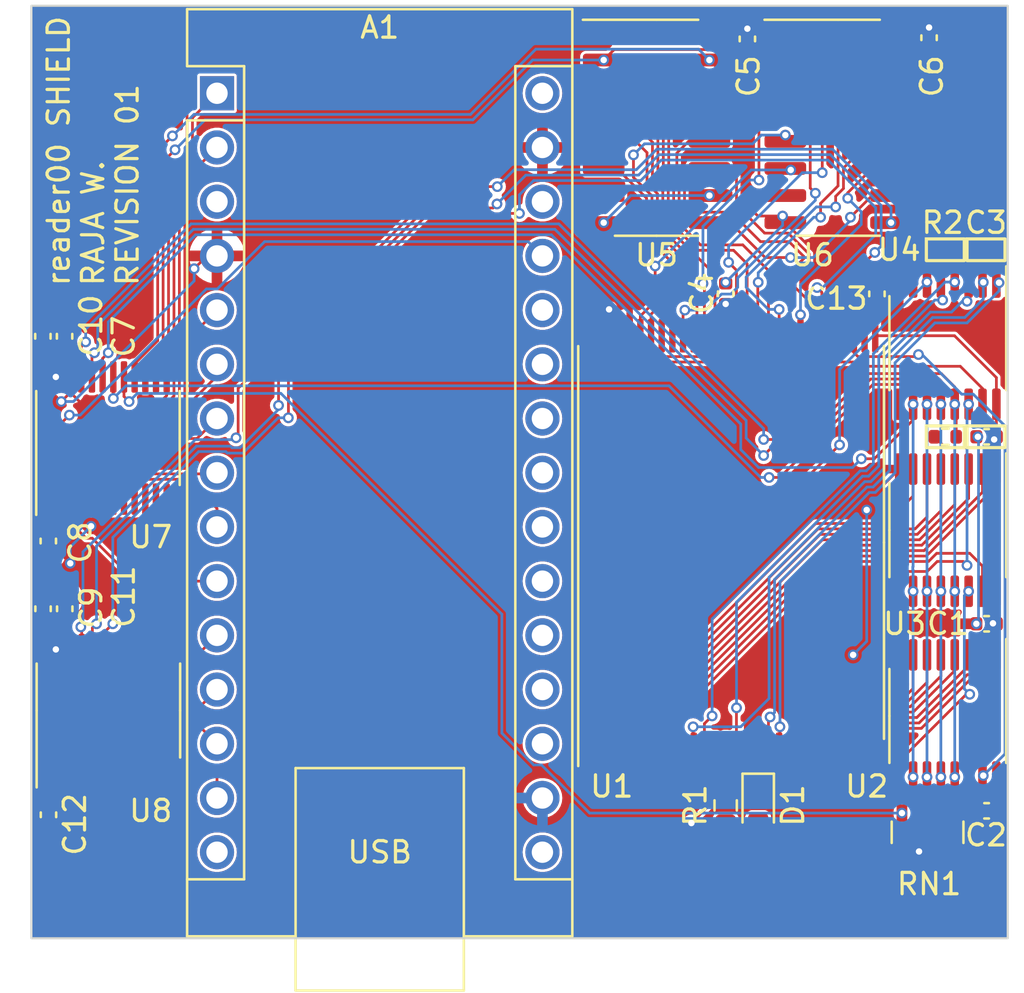
<source format=kicad_pcb>
(kicad_pcb (version 20221018) (generator pcbnew)
  (title_block (title "reader00 Shield") (date "2024-02-21") (rev "1") (company "rwilliaise"))
  (layers (0 "F.Cu" signal) (31 "B.Cu" signal) (34 "B.Paste" user) (35 "F.Paste" user) (36 "B.SilkS" user "B.Silkscreen") (37 "F.SilkS" user "F.Silkscreen") (38 "B.Mask" user) (39 "F.Mask" user) (44 "Edge.Cuts" user))
  (net 0 "")
  (net 1 "/arduino/P0")
  (net 2 "/arduino/P1")
  (net 4 "GND")
  (net 5 "/arduino/P2")
  (net 6 "/arduino/P3")
  (net 7 "/arduino/P4")
  (net 8 "/arduino/P5")
  (net 9 "/arduino/P6")
  (net 10 "/arduino/P7")
  (net 11 "/arduino/P8")
  (net 12 "/arduino/P9")
  (net 13 "/arduino/P10")
  (net 14 "/arduino/P11")
  (net 17 "+3V3")
  (net 27 "+5V")
  (net 30 "Net-(D1-K)")
  (net 31 "Net-(D1-A)")
  (net 32 "/arduino/D0")
  (net 33 "/arduino/D4")
  (net 34 "/arduino/D3")
  (net 35 "/arduino/D2")
  (net 36 "/arduino/D1")
  (net 38 "/flash/A22")
  (net 39 "/flash/A15")
  (net 40 "/flash/A14")
  (net 41 "/flash/A13")
  (net 42 "/flash/A12")
  (net 43 "/flash/A11")
  (net 44 "/flash/A10")
  (net 45 "/flash/A9")
  (net 46 "/flash/A8")
  (net 47 "/flash/A19")
  (net 48 "/flash/A20")
  (net 49 "/flash/A21")
  (net 50 "/flash/A18")
  (net 51 "/flash/A17")
  (net 52 "/flash/A7")
  (net 53 "/flash/A6")
  (net 54 "/flash/A5")
  (net 55 "/flash/A4")
  (net 56 "/flash/A3")
  (net 57 "/flash/A2")
  (net 58 "/flash/A1")
  (net 62 "/flash/A0")
  (net 63 "/arduino/D9")
  (net 64 "/arduino/D10")
  (net 65 "/flash/Q0")
  (net 66 "/flash/Q8")
  (net 67 "/flash/Q1")
  (net 68 "/flash/Q9")
  (net 69 "/flash/Q2")
  (net 70 "/flash/Q10")
  (net 71 "/flash/Q3")
  (net 72 "/flash/Q11")
  (net 73 "/flash/Q4")
  (net 74 "/flash/Q12")
  (net 75 "/flash/Q5")
  (net 76 "/flash/Q13")
  (net 77 "/flash/Q6")
  (net 78 "/flash/Q14")
  (net 79 "/flash/Q7")
  (net 80 "/flash/Q15")
  (net 81 "/flash/A16")
  (net 84 "Net-(U2-QH')")
  (net 85 "Net-(U3-QH')")
  (net 88 "/arduino/D7")
  (net 89 "/arduino/D6")
  (net 91 "Net-(U5-Q7)")
  (net 92 "/arduino/D5")
  (net 94 "/arduino/D8")
  (footprint "Capacitor_SMD:C_0402_1005Metric" (layer "F.Cu") (at 114.082 109.5325 -90)
    (fp_text reference "C12")
    (fp_text value "0.1u")
  )
  (footprint "Capacitor_SMD:C_0402_1005Metric" (layer "F.Cu") (at 114.836 87.112 -90)
    (fp_text reference "C10")
    (fp_text value "0.1u")
  )
  (footprint "Capacitor_SMD:C_0402_1005Metric" (layer "F.Cu") (at 145.796 85.118 -90)
    (fp_text reference "C4")
    (fp_text value "0.1u")
  )
  (footprint "Capacitor_SMD:C_0402_1005Metric" (layer "F.Cu") (at 114.074 96.7055 -90)
    (fp_text reference "C8")
    (fp_text value "0.1u")
  )
  (footprint "Package_SO:TSSOP-24_4.4x6.5mm_P0.5mm" (layer "F.Cu") (at 116.868 91.8795 90)
    (fp_text reference "U7")
    (fp_text value "SN74LVC4245APWR")
  )
  (footprint "Capacitor_SMD:C_0402_1005Metric" (layer "F.Cu") (at 113.828 99.8805 -90)
    (fp_text reference "C9")
    (fp_text value "0.1u")
  )
  (footprint "Package_SO:TSSOP-16_4.4x5mm_P0.65mm" (layer "F.Cu") (at 156.199 96.1975 -90)
    (fp_text reference "U3")
    (fp_text value "74HC595")
  )
  (footprint "Capacitor_SMD:C_0402_1005Metric" (layer "F.Cu") (at 152.88 85.1255 -90)
    (fp_text reference "C13")
    (fp_text value "0.1u")
  )
  (footprint "Package_SO:TSOP-I-56_18.4x14mm_P0.5mm" (layer "F.Cu") (at 146.05 96.774 90)
    (fp_text reference "U1")
    (fp_text value "MX29GL128FHT2I-90G")
  )
  (footprint "Package_SO:SOIC-16_3.9x9.9mm_P1.27mm" (layer "F.Cu") (at 142.559 77.343)
    (fp_text reference "U5")
    (fp_text value "74HC165")
  )
  (footprint "LED_SMD:LED_0603_1608Metric" (layer "F.Cu") (at 147.32 109.093 -90)
    (fp_text reference "D1")
    (fp_text value "520")
  )
  (footprint "Capacitor_SMD:C_0402_1005Metric" (layer "F.Cu") (at 155.321 73.124 90)
    (fp_text reference "C6")
    (fp_text value "0.1u")
  )
  (footprint "Capacitor_SMD:C_0402_1005Metric" (layer "F.Cu") (at 114.844 99.8805 -90)
    (fp_text reference "C11")
    (fp_text value "0.1u")
  )
  (footprint "Capacitor_SMD:C_0402_1005Metric" (layer "F.Cu") (at 146.812 73.18 90)
    (fp_text reference "C5")
    (fp_text value "0.1u")
  )
  (footprint "Module:Arduino_Nano" (layer "F.Cu") (at 121.9745 75.726)
    (fp_text reference "A1")
    (fp_text value "Arduino Nano Every")
  )
  (footprint "Package_SO:TSSOP-16_4.4x5mm_P0.65mm" (layer "F.Cu") (at 156.199 87.4345 -90)
    (fp_text reference "U4")
    (fp_text value "74HC595")
  )
  (footprint "Resistor_SMD:R_0402_1005Metric" (layer "F.Cu") (at 156.081 91.821)
    (fp_text reference "R2")
    (fp_text value "4.7k")
  )
  (footprint "Capacitor_SMD:C_0402_1005Metric" (layer "F.Cu") (at 158.016 91.821)
    (fp_text reference "C3")
    (fp_text value "0.1u")
  )
  (footprint "Package_SO:TSSOP-24_4.4x6.5mm_P0.5mm" (layer "F.Cu") (at 116.888 104.648 90)
    (fp_text reference "U8")
    (fp_text value "SN74LVC4245APWR")
  )
  (footprint "Package_SO:TSSOP-16_4.4x5mm_P0.65mm" (layer "F.Cu") (at 156.199 104.902 -90)
    (fp_text reference "U2")
    (fp_text value "74HC595")
  )
  (footprint "Capacitor_SMD:C_0402_1005Metric" (layer "F.Cu") (at 113.82 87.112 -90)
    (fp_text reference "C7")
    (fp_text value "0.1u")
  )
  (footprint "Resistor_SMD:R_0603_1608Metric" (layer "F.Cu") (at 145.796 109.093 90)
    (fp_text reference "R1")
    (fp_text value "200")
  )
  (footprint "Resistor_SMD:R_Array_Convex_4x0603" (layer "F.Cu") (at 155.251 110.352 90)
    (fp_text reference "RN1")
    (fp_text value "4.7k")
  )
  (footprint "Capacitor_SMD:C_0402_1005Metric" (layer "F.Cu") (at 158.016 109.347)
    (fp_text reference "C2")
    (fp_text value "0.1u")
  )
  (footprint "Package_SO:SOIC-16_3.9x9.9mm_P1.27mm" (layer "F.Cu") (at 151.065 77.343)
    (fp_text reference "U6")
    (fp_text value "74HC165")
  )
  (footprint "Capacitor_SMD:C_0402_1005Metric" (layer "F.Cu") (at 158.016 100.584)
    (fp_text reference "C1")
    (fp_text value "0.1u")
  )
  (gr_rect (start 155.194 82.55) (end 156.972 83.566) (stroke (width 0.15)) (fill none) (layer "F.SilkS"))
  (gr_rect (start 157.099 91.313) (end 158.877 92.329) (stroke (width 0.15)) (fill none) (layer "F.SilkS"))
  (gr_rect (start 155.194 91.313) (end 156.972 92.329) (stroke (width 0.15)) (fill none) (layer "F.SilkS"))
  (gr_rect (start 157.099 82.55) (end 158.877 83.566) (stroke (width 0.15)) (fill none) (layer "F.SilkS"))
  (gr_rect (start 113.284 71.628) (end 159.004 115.316) (stroke (width 0.1)) (fill none) (layer "Edge.Cuts"))
  (gr_text "reader00 SHIELD\nRAJA W.\nREVISION 01" (at 118.364 84.836 90) (layer "F.SilkS") (effects (font (size 1 1)) (justify left bottom)))
  (segment (start 120.825656 78.712629) (end 120.825656 76.874844) (width 0.127) (layer "F.Cu") (net 1))
  (segment (start 115.118 94.742) (end 115.118 93.24916) (width 0.127) (layer "F.Cu") (net 1))
  (segment (start 119.9585 79.579785) (end 120.825656 78.712629) (width 0.127) (layer "F.Cu") (net 1))
  (segment (start 118.98187 90.8875) (end 119.9585 89.91087) (width 0.127) (layer "F.Cu") (net 1))
  (segment (start 117.47966 90.8875) (end 118.98187 90.8875) (width 0.127) (layer "F.Cu") (net 1))
  (segment (start 115.118 93.24916) (end 117.47966 90.8875) (width 0.127) (layer "F.Cu") (net 1))
  (segment (start 120.825656 76.874844) (end 121.9745 75.726) (width 0.127) (layer "F.Cu") (net 1))
  (segment (start 119.9585 89.91087) (end 119.9585 79.579785) (width 0.127) (layer "F.Cu") (net 1))
  (segment (start 120.2125 90.01608) (end 120.2125 80.028) (width 0.127) (layer "F.Cu") (net 2))
  (segment (start 117.58487 91.1415) (end 119.08708 91.1415) (width 0.127) (layer "F.Cu") (net 2))
  (segment (start 115.618 94.742) (end 115.618 93.10837) (width 0.127) (layer "F.Cu") (net 2))
  (segment (start 119.08708 91.1415) (end 120.2125 90.01608) (width 0.127) (layer "F.Cu") (net 2))
  (segment (start 120.2125 80.028) (end 121.9745 78.266) (width 0.127) (layer "F.Cu") (net 2))
  (segment (start 115.618 93.10837) (end 117.58487 91.1415) (width 0.127) (layer "F.Cu") (net 2))
  (segment (start 150.650001 87.0865) (end 150.6405 87.076999) (width 0.127) (layer "F.Cu") (net 4))
  (segment (start 154.642001 100.584) (end 157.536 100.584) (width 0.127) (layer "F.Cu") (net 4))
  (segment (start 121.505 83.346) (end 120.904 83.947) (width 0.127) (layer "F.Cu") (net 4))
  (segment (start 115.118 89.754499) (end 115.997001 90.6335) (width 0.127) (layer "F.Cu") (net 4))
  (segment (start 153.924 93.335) (end 152.4 94.859) (width 0.127) (layer "F.Cu") (net 4))
  (segment (start 115.736 95.67) (end 116.078 96.012) (width 0.127) (layer "F.Cu") (net 4))
  (segment (start 114.618 94.742) (end 114.618 95.479499) (width 0.127) (layer "F.Cu") (net 4))
  (segment (start 154.051 111.102) (end 154.4915 110.6615) (width 0.127) (layer "F.Cu") (net 4))
  (segment (start 121.9745 83.346) (end 121.505 83.346) (width 0.127) (layer "F.Cu") (net 4))
  (segment (start 119.618 89.89216) (end 119.618 89.017) (width 0.127) (layer "F.Cu") (net 4))
  (segment (start 115.118 89.733) (end 115.118 89.017) (width 0.127) (layer "F.Cu") (net 4))
  (segment (start 115.118 89.017) (end 115.118 89.754499) (width 0.127) (layer "F.Cu") (net 4))
  (segment (start 146.868 73.604) (end 146.812 73.66) (width 0.127) (layer "F.Cu") (net 4))
  (segment (start 115.138 102.522999) (end 115.328501 102.7135) (width 0.127) (layer "F.Cu") (net 4))
  (segment (start 119.118 94.742) (end 119.618 94.742) (width 0.127) (layer "F.Cu") (net 4))
  (segment (start 155.321 73.604) (end 146.868 73.604) (width 0.127) (layer "F.Cu") (net 4))
  (segment (start 151.765 102.0395) (end 153.924 102.0395) (width 0.127) (layer "F.Cu") (net 4))
  (segment (start 115.360524 87.156524) (end 114.836 86.632) (width 0.127) (layer "F.Cu") (net 4))
  (segment (start 115.118 88.09128) (end 115.360524 87.848756) (width 0.127) (layer "F.Cu") (net 4))
  (segment (start 154.4915 110.6615) (end 155.8605 110.6615) (width 0.127) (layer "F.Cu") (net 4))
  (segment (start 146.558 80.730999) (end 147.304901 81.4779) (width 0.127) (layer "F.Cu") (net 4))
  (segment (start 117.138 102.400552) (end 117.138 101.7855) (width 0.127) (layer "F.Cu") (net 4))
  (segment (start 115.997001 90.6335) (end 118.87666 90.6335) (width 0.127) (layer "F.Cu") (net 4))
  (segment (start 156.451 111.252) (end 157.536 110.167) (width 0.127) (layer "F.Cu") (net 4))
  (segment (start 152.4 94.859) (end 152.4 95.25) (width 0.127) (layer "F.Cu") (net 4))
  (segment (start 150.13177 102.0395) (end 151.765 102.0395) (width 0.127) (layer "F.Cu") (net 4))
  (segment (start 119.638 101.7855) (end 117.138 101.7855) (width 0.127) (layer "F.Cu") (net 4))
  (segment (start 118.87666 90.6335) (end 119.618 89.89216) (width 0.127) (layer "F.Cu") (net 4))
  (segment (start 114.618 95.479499) (end 114.808501 95.67) (width 0.127) (layer "F.Cu") (net 4))
  (segment (start 155.8605 110.6615) (end 156.451 111.252) (width 0.127) (layer "F.Cu") (net 4))
  (segment (start 145.034 80.518) (end 144.843304 80.518) (width 0.127) (layer "F.Cu") (net 4))
  (segment (start 114.074 97.1855) (end 114.538 97.1855) (width 0.127) (layer "F.Cu") (net 4))
  (segment (start 150.6405 87.076999) (end 150.6405 83.8385) (width 0.127) (layer "F.Cu") (net 4))
  (segment (start 153.924 101.302001) (end 154.642001 100.584) (width 0.127) (layer "F.Cu") (net 4))
  (segment (start 153.924 102.0395) (end 153.924 101.302001) (width 0.127) (layer "F.Cu") (net 4))
  (segment (start 144.081304 78.74) (end 145.986696 78.74) (width 0.127) (layer "F.Cu") (net 4))
  (segment (start 114.618 94.742) (end 114.618 92.012501) (width 0.127) (layer "F.Cu") (net 4))
  (segment (start 146.558 79.311304) (end 146.558 80.730999) (width 0.127) (layer "F.Cu") (net 4))
  (segment (start 115.10225 97.74975) (end 119.138 101.7855) (width 0.127) (layer "F.Cu") (net 4))
  (segment (start 115.328501 102.7135) (end 116.825052 102.7135) (width 0.127) (layer "F.Cu") (net 4))
  (segment (start 157.536 91.821) (end 157.607 91.821) (width 0.127) (layer "F.Cu") (net 4))
  (segment (start 115.138 101.7855) (end 115.138 102.522999) (width 0.127) (layer "F.Cu") (net 4))
  (segment (start 155.651 111.252) (end 156.451 111.252) (width 0.127) (layer "F.Cu") (net 4))
  (segment (start 145.986696 78.74) (end 146.558 79.311304) (width 0.127) (layer "F.Cu") (net 4))
  (segment (start 114.808501 95.67) (end 115.736 95.67) (width 0.127) (layer "F.Cu") (net 4))
  (segment (start 114.618 92.012501) (end 115.997001 90.6335) (width 0.127) (layer "F.Cu") (net 4))
  (segment (start 141.3 87.0865) (end 141.3 83.004) (width 0.127) (layer "F.Cu") (net 4))
  (segment (start 141.3 83.004) (end 140.084 81.788) (width 0.127) (layer "F.Cu") (net 4))
  (segment (start 157.536 110.167) (end 157.536 109.347) (width 0.127) (layer "F.Cu") (net 4))
  (segment (start 143.764 79.438696) (end 143.764 79.057304) (width 0.127) (layer "F.Cu") (net 4))
  (segment (start 150.6405 83.8385) (end 148.59 81.788) (width 0.127) (layer "F.Cu") (net 4))
  (segment (start 116.825052 102.7135) (end 117.138 102.400552) (width 0.127) (layer "F.Cu") (net 4))
  (segment (start 115.118 89.017) (end 115.118 88.09128) (width 0.127) (layer "F.Cu") (net 4))
  (segment (start 114.538 97.1855) (end 115.10225 97.74975) (width 0.127) (layer "F.Cu") (net 4))
  (segment (start 115.360524 87.848756) (end 115.360524 87.156524) (width 0.127) (layer "F.Cu") (net 4))
  (segment (start 154.051 111.252) (end 154.051 111.102) (width 0.127) (layer "F.Cu") (net 4))
  (segment (start 150.8 87.0865) (end 150.650001 87.0865) (width 0.127) (layer "F.Cu") (net 4))
  (segment (start 146.8 105.37127) (end 150.13177 102.0395) (width 0.127) (layer "F.Cu") (net 4))
  (segment (start 145.796 84.638) (end 145.796 84.582) (width 0.127) (layer "F.Cu") (net 4))
  (segment (start 143.764 79.057304) (end 144.081304 78.74) (width 0.127) (layer "F.Cu") (net 4))
  (segment (start 144.843304 80.518) (end 143.764 79.438696) (width 0.127) (layer "F.Cu") (net 4))
  (segment (start 146.8 106.4615) (end 146.8 105.37127) (width 0.127) (layer "F.Cu") (net 4))
  (segment (start 114.681 90.17) (end 115.118 89.733) (width 0.127) (layer "F.Cu") (net 4))
  (segment (start 147.304901 81.4779) (end 148.4624 81.4779) (width 0.127) (layer "F.Cu") (net 4))
  (via (at 115.10225 97.74975) (size 0.5) (drill 0.3) (layers "F.Cu" "B.Cu") (net 4))
  (via (at 116.078 96.012) (size 0.5) (drill 0.3) (layers "F.Cu" "B.Cu") (net 4))
  (via (at 152.4 95.25) (size 0.5) (drill 0.3) (layers "F.Cu" "B.Cu") (net 4))
  (via (at 151.765 102.0395) (size 0.5) (drill 0.3) (layers "F.Cu" "B.Cu") (net 4))
  (via (at 157.536 100.584) (size 0.5) (drill 0.3) (layers "F.Cu" "B.Cu") (net 4))
  (via (at 148.4624 81.4779) (size 0.5) (drill 0.3) (layers "F.Cu" "B.Cu") (net 4))
  (via (at 120.904 83.947) (size 0.5) (drill 0.3) (layers "F.Cu" "B.Cu") (net 4))
  (via (at 157.607 91.821) (size 0.5) (drill 0.3) (layers "F.Cu" "B.Cu") (net 4))
  (via (at 145.034 80.518) (size 0.5) (drill 0.3) (layers "F.Cu" "B.Cu") (net 4))
  (via (at 145.796 84.582) (size 0.5) (drill 0.3) (layers "F.Cu" "B.Cu") (net 4))
  (via (at 114.681 90.17) (size 0.5) (drill 0.3) (layers "F.Cu" "B.Cu") (net 4))
  (via (at 140.084 81.788) (size 0.5) (drill 0.3) (layers "F.Cu" "B.Cu") (net 4))
  (segment (start 157.6375 91.8515) (end 157.6375 100.4825) (width 0.127) (layer "B.Cu") (net 4))
  (segment (start 157.607 91.821) (end 157.6375 91.8515) (width 0.127) (layer "B.Cu") (net 4))
  (segment (start 145.034 80.518) (end 141.354 80.518) (width 0.127) (layer "B.Cu") (net 4))
  (segment (start 120.904 83.947) (end 120.904 84.517491) (width 0.127) (layer "B.Cu") (net 4))
  (segment (start 145.796 84.582) (end 148.4624 81.9156) (width 0.127) (layer "B.Cu") (net 4))
  (segment (start 157.6375 100.4825) (end 157.536 100.584) (width 0.127) (layer "B.Cu") (net 4))
  (segment (start 120.904 84.517491) (end 115.251491 90.17) (width 0.127) (layer "B.Cu") (net 4))
  (segment (start 152.4 101.4045) (end 151.765 102.0395) (width 0.127) (layer "B.Cu") (net 4))
  (segment (start 115.251491 90.17) (end 114.681 90.17) (width 0.127) (layer "B.Cu") (net 4))
  (segment (start 115.10225 96.98775) (end 115.10225 97.74975) (width 0.127) (layer "B.Cu") (net 4))
  (segment (start 141.354 80.518) (end 140.084 81.788) (width 0.127) (layer "B.Cu") (net 4))
  (segment (start 116.078 96.012) (end 115.10225 96.98775) (width 0.127) (layer "B.Cu") (net 4))
  (segment (start 152.4 95.25) (end 152.4 101.4045) (width 0.127) (layer "B.Cu") (net 4))
  (segment (start 148.4624 81.9156) (end 148.4624 81.4779) (width 0.127) (layer "B.Cu") (net 4))
  (segment (start 116.118 94.742) (end 116.118 92.96758) (width 0.127) (layer "F.Cu") (net 5))
  (segment (start 119.19229 91.3955) (end 120.4665 90.12129) (width 0.127) (layer "F.Cu") (net 5))
  (segment (start 120.4665 90.12129) (end 120.4665 87.394) (width 0.127) (layer "F.Cu") (net 5))
  (segment (start 117.69008 91.3955) (end 119.19229 91.3955) (width 0.127) (layer "F.Cu") (net 5))
  (segment (start 120.4665 87.394) (end 121.9745 85.886) (width 0.127) (layer "F.Cu") (net 5))
  (segment (start 116.118 92.96758) (end 117.69008 91.3955) (width 0.127) (layer "F.Cu") (net 5))
  (segment (start 121.9745 88.9725) (end 121.9745 88.426) (width 0.127) (layer "F.Cu") (net 6))
  (segment (start 116.618 94.742) (end 116.618 92.82679) (width 0.127) (layer "F.Cu") (net 6))
  (segment (start 116.618 92.82679) (end 117.79529 91.6495) (width 0.127) (layer "F.Cu") (net 6))
  (segment (start 119.2975 91.6495) (end 121.9745 88.9725) (width 0.127) (layer "F.Cu") (net 6))
  (segment (start 117.79529 91.6495) (end 119.2975 91.6495) (width 0.127) (layer "F.Cu") (net 6))
  (segment (start 121.037 91.9035) (end 121.9745 90.966) (width 0.127) (layer "F.Cu") (net 7))
  (segment (start 117.118 92.686) (end 117.9005 91.9035) (width 0.127) (layer "F.Cu") (net 7))
  (segment (start 117.9005 91.9035) (end 121.037 91.9035) (width 0.127) (layer "F.Cu") (net 7))
  (segment (start 117.118 94.742) (end 117.118 92.686) (width 0.127) (layer "F.Cu") (net 7))
  (segment (start 117.618 94.004501) (end 118.062501 93.56) (width 0.127) (layer "F.Cu") (net 8))
  (segment (start 118.062501 93.56) (end 121.9205 93.56) (width 0.127) (layer "F.Cu") (net 8))
  (segment (start 121.9205 93.56) (end 121.9745 93.506) (width 0.127) (layer "F.Cu") (net 8))
  (segment (start 117.618 94.742) (end 117.618 94.004501) (width 0.127) (layer "F.Cu") (net 8))
  (segment (start 121.9745 95.1775) (end 121.9745 96.046) (width 0.127) (layer "F.Cu") (net 9))
  (segment (start 118.118 94.126948) (end 118.430948 93.814) (width 0.127) (layer "F.Cu") (net 9))
  (segment (start 118.430948 93.814) (end 120.611 93.814) (width 0.127) (layer "F.Cu") (net 9))
  (segment (start 118.118 94.742) (end 118.118 94.126948) (width 0.127) (layer "F.Cu") (net 9))
  (segment (start 120.611 93.814) (end 121.9745 95.1775) (width 0.127) (layer "F.Cu") (net 9))
  (segment (start 120.811 98.586) (end 121.9745 98.586) (width 0.127) (layer "F.Cu") (net 10))
  (segment (start 118.618 96.393) (end 120.811 98.586) (width 0.127) (layer "F.Cu") (net 10))
  (segment (start 118.618 94.742) (end 118.618 96.393) (width 0.127) (layer "F.Cu") (net 10))
  (segment (start 118.8335 104.267) (end 121.9745 101.126) (width 0.127) (layer "F.Cu") (net 11))
  (segment (start 114.638 107.5105) (end 114.638 106.28037) (width 0.127) (layer "F.Cu") (net 11))
  (segment (start 116.65137 104.267) (end 118.8335 104.267) (width 0.127) (layer "F.Cu") (net 11))
  (segment (start 114.638 106.28037) (end 116.65137 104.267) (width 0.127) (layer "F.Cu") (net 11))
  (segment (start 115.138 106.13958) (end 116.75658 104.521) (width 0.127) (layer "F.Cu") (net 12))
  (segment (start 116.75658 104.521) (end 121.1195 104.521) (width 0.127) (layer "F.Cu") (net 12))
  (segment (start 115.138 107.5105) (end 115.138 106.13958) (width 0.127) (layer "F.Cu") (net 12))
  (segment (start 121.1195 104.521) (end 121.9745 103.666) (width 0.127) (layer "F.Cu") (net 12))
  (segment (start 115.638 107.5105) (end 115.638 105.99879) (width 0.127) (layer "F.Cu") (net 13))
  (segment (start 115.638 105.99879) (end 116.86179 104.775) (width 0.127) (layer "F.Cu") (net 13))
  (segment (start 120.5435 104.775) (end 121.9745 106.206) (width 0.127) (layer "F.Cu") (net 13))
  (segment (start 116.86179 104.775) (end 120.5435 104.775) (width 0.127) (layer "F.Cu") (net 13))
  (segment (start 116.967 105.029) (end 119.396721 105.029) (width 0.127) (layer "F.Cu") (net 14))
  (segment (start 116.138 105.858) (end 116.967 105.029) (width 0.127) (layer "F.Cu") (net 14))
  (segment (start 116.138 107.5105) (end 116.138 105.858) (width 0.127) (layer "F.Cu") (net 14))
  (segment (start 121.9745 107.606779) (end 121.9745 108.746) (width 0.127) (layer "F.Cu") (net 14))
  (segment (start 119.396721 105.029) (end 121.9745 107.606779) (width 0.127) (layer "F.Cu") (net 14))
  (segment (start 140.8 87.751552) (end 140.8 87.0865) (width 0.127) (layer "F.Cu") (net 17))
  (segment (start 145.6405 87.911052) (end 145.487052 88.0645) (width 0.127) (layer "F.Cu") (net 17))
  (segment (start 158.496 91.821) (end 158.474 91.799) (width 0.127) (layer "F.Cu") (net 17))
  (segment (start 145.8 87.0865) (end 145.6405 87.246) (width 0.127) (layer "F.Cu") (net 17))
  (segment (start 158.496 100.584) (end 158.474 100.562) (width 0.127) (layer "F.Cu") (net 17))
  (segment (start 114.138 101.7855) (end 114.138 100.6705) (width 0.127) (layer "F.Cu") (net 17))
  (segment (start 156.5115 87.0865) (end 152.8 87.0865) (width 0.127) (layer "F.Cu") (net 17))
  (segment (start 140.8 86.317) (end 140.335 85.852) (width 0.127) (layer "F.Cu") (net 17))
  (segment (start 114.427 89.017) (end 114.618 89.017) (width 0.127) (layer "F.Cu") (net 17))
  (segment (start 114.638 100.5665) (end 114.844 100.3605) (width 0.127) (layer "F.Cu") (net 17))
  (segment (start 145.8 106.4615) (end 145.8 108.311481) (width 0.127) (layer "F.Cu") (net 17))
  (segment (start 158.474 100.4015) (end 158.3135 100.562) (width 0.127) (layer "F.Cu") (net 17))
  (segment (start 158.496 110.998) (end 158.496 109.347) (width 0.127) (layer "F.Cu") (net 17))
  (segment (start 158.496 91.821) (end 158.369 91.948) (width 0.127) (layer "F.Cu") (net 17))
  (segment (start 114.638 101.7855) (end 114.427 101.7855) (width 0.127) (layer "F.Cu") (net 17))
  (segment (start 156.0815 92.3315) (end 157.9855 92.3315) (width 0.127) (layer "F.Cu") (net 17))
  (segment (start 153.54 72.898) (end 155.067 72.898) (width 0.127) (layer "F.Cu") (net 17))
  (segment (start 114.118 89.017) (end 114.427 89.017) (width 0.127) (layer "F.Cu") (net 17))
  (segment (start 114.118 89.017) (end 114.118 87.89) (width 0.127) (layer "F.Cu") (net 17))
  (segment (start 114.138 101.7855) (end 114.427 101.7855) (width 0.127) (layer "F.Cu") (net 17))
  (segment (start 145.8 108.311481) (end 144.190943 109.920538) (width 0.127) (layer "F.Cu") (net 17))
  (segment (start 114.138 100.6705) (end 113.828 100.3605) (width 0.127) (layer "F.Cu") (net 17))
  (segment (start 114.638 101.7855) (end 114.638 100.5665) (width 0.127) (layer "F.Cu") (net 17))
  (segment (start 155.829 112.649) (end 156.845 112.649) (width 0.127) (layer "F.Cu") (net 17))
  (segment (start 141.112948 88.0645) (end 140.8 87.751552) (width 0.127) (layer "F.Cu") (net 17))
  (segment (start 145.034 72.898) (end 146.614 72.898) (width 0.127) (layer "F.Cu") (net 17))
  (segment (start 114.618 89.017) (end 114.618 87.81) (width 0.127) (layer "F.Cu") (net 17))
  (segment (start 154.851 111.252) (end 154.851 111.671) (width 0.127) (layer "F.Cu") (net 17))
  (segment (start 158.474 100.562) (end 158.3135 100.562) (width 0.127) (layer "F.Cu") (net 17))
  (segment (start 158.496 107.7865) (end 158.474 107.7645) (width 0.127) (layer "F.Cu") (net 17))
  (segment (start 152.8 85.6855) (end 152.88 85.6055) (width 0.127) (layer "F.Cu") (net 17))
  (segment (start 155.573 91.821) (end 155.575 91.821) (width 0.127) (layer "F.Cu") (net 17))
  (segment (start 145.796 87.0825) (end 145.8 87.0865) (width 0.127) (layer "F.Cu") (net 17))
  (segment (start 145.796 85.598) (end 145.796 87.0825) (width 0.127) (layer "F.Cu") (net 17))
  (segment (start 145.6405 87.246) (end 145.6405 87.911052) (width 0.127) (layer "F.Cu") (net 17))
  (segment (start 155.067 72.898) (end 155.321 72.644) (width 0.127) (layer "F.Cu") (net 17))
  (segment (start 152.8 87.0865) (end 152.8 85.6855) (width 0.127) (layer "F.Cu") (net 17))
  (segment (start 140.8 87.0865) (end 140.8 86.317) (width 0.127) (layer "F.Cu") (net 17))
  (segment (start 155.571 91.821) (end 156.0815 92.3315) (width 0.127) (layer "F.Cu") (net 17))
  (segment (start 145.3 106.4615) (end 145.8 106.4615) (width 0.127) (layer "F.Cu") (net 17))
  (segment (start 158.474 89.049) (end 156.5115 87.0865) (width 0.127) (layer "F.Cu") (net 17))
  (segment (start 158.474 99.06) (end 158.474 100.4015) (width 0.127) (layer "F.Cu") (net 17))
  (segment (start 146.614 72.898) (end 146.812 72.7) (width 0.127) (layer "F.Cu") (net 17))
  (segment (start 158.474 90.297) (end 158.474 89.049) (width 0.127) (layer "F.Cu") (net 17))
  (segment (start 114.618 87.81) (end 114.836 87.592) (width 0.127) (layer "F.Cu") (net 17))
  (segment (start 158.496 109.347) (end 158.496 107.7865) (width 0.127) (layer "F.Cu") (net 17))
  (segment (start 157.9855 92.3315) (end 158.369 91.948) (width 0.127) (layer "F.Cu") (net 17))
  (segment (start 158.474 90.297) (end 158.474 91.799) (width 0.127) (layer "F.Cu") (net 17))
  (segment (start 154.851 111.671) (end 155.829 112.649) (width 0.127) (layer "F.Cu") (net 17))
  (segment (start 156.845 112.649) (end 158.496 110.998) (width 0.127) (layer "F.Cu") (net 17))
  (segment (start 145.487052 88.0645) (end 141.112948 88.0645) (width 0.127) (layer "F.Cu") (net 17))
  (segment (start 114.118 87.89) (end 113.82 87.592) (width 0.127) (layer "F.Cu") (net 17))
  (via (at 158.369 91.948) (size 0.5) (drill 0.3) (layers "F.Cu" "B.Cu") (net 17))
  (via (at 146.812 72.7) (size 0.5) (drill 0.3) (layers "F.Cu" "B.Cu") (net 17))
  (via (at 155.321 72.644) (size 0.5) (drill 0.3) (layers "F.Cu" "B.Cu") (net 17))
  (via (at 140.335 85.852) (size 0.5) (drill 0.3) (layers "F.Cu" "B.Cu") (net 17))
  (via (at 144.190943 109.920538) (size 0.5) (drill 0.3) (layers "F.Cu" "B.Cu") (net 17))
  (via (at 114.427 101.7855) (size 0.5) (drill 0.3) (layers "F.Cu" "B.Cu") (net 17))
  (via (at 114.427 89.017) (size 0.5) (drill 0.3) (layers "F.Cu" "B.Cu") (net 17))
  (via (at 154.851 111.252) (size 0.5) (drill 0.3) (layers "F.Cu" "B.Cu") (net 17))
  (via (at 145.796 85.598) (size 0.5) (drill 0.3) (layers "F.Cu" "B.Cu") (net 17))
  (via (at 158.3135 100.562) (size 0.5) (drill 0.3) (layers "F.Cu" "B.Cu") (net 17))
  (segment (start 114.118 96.1815) (end 114.074 96.2255) (width 0.127) (layer "F.Cu") (net 27))
  (segment (start 116.54616 104.013) (end 118.525552 104.013) (width 0.127) (layer "F.Cu") (net 27))
  (segment (start 118.525552 104.013) (end 119.9785 102.560052) (width 0.127) (layer "F.Cu") (net 27))
  (segment (start 114.118 94.742) (end 114.118 96.1815) (width 0.127) (layer "F.Cu") (net 27))
  (segment (start 114.118 94.742) (end 114.118 94.543) (width 0.127) (layer "F.Cu") (net 27))
  (segment (start 114.118 91.749) (end 115.062 90.805) (width 0.127) (layer "F.Cu") (net 27))
  (segment (start 114.138 107.5105) (end 114.138 106.42116) (width 0.127) (layer "F.Cu") (net 27))
  (segment (start 119.9785 100.4205) (end 116.1335 96.5755) (width 0.127) (layer "F.Cu") (net 27))
  (segment (start 114.138 106.42116) (end 116.54616 104.013) (width 0.127) (layer "F.Cu") (net 27))
  (segment (start 114.138 108.9965) (end 114.082 109.0525) (width 0.127) (layer "F.Cu") (net 27))
  (segment (start 115.49459 96.2255) (end 114.074 96.2255) (width 0.127) (layer "F.Cu") (net 27))
  (segment (start 114.118 94.543) (end 114.173 94.488) (width 0.127) (layer "F.Cu") (net 27))
  (segment (start 119.9785 102.560052) (end 119.9785 100.4205) (width 0.127) (layer "F.Cu") (net 27))
  (segment (start 115.84459 96.5755) (end 115.49459 96.2255) (width 0.127) (layer "F.Cu") (net 27))
  (segment (start 114.138 107.5105) (end 114.138 108.9965) (width 0.127) (layer "F.Cu") (net 27))
  (segment (start 116.1335 96.5755) (end 115.84459 96.5755) (width 0.127) (layer "F.Cu") (net 27))
  (segment (start 114.118 94.742) (end 114.118 91.749) (width 0.127) (layer "F.Cu") (net 27))
  (via (at 115.062 90.805) (size 0.5) (drill 0.3) (layers "F.Cu" "B.Cu") (net 27))
  (segment (start 124.206 82.677) (end 136.5455 82.677) (width 0.127) (layer "B.Cu") (net 27))
  (segment (start 121.4795 84.8955) (end 121.9875 84.8955) (width 0.127) (layer "B.Cu") (net 27))
  (segment (start 121.9875 84.8955) (end 124.206 82.677) (width 0.127) (layer "B.Cu") (net 27))
  (segment (start 115.57 90.805) (end 121.4795 84.8955) (width 0.127) (layer "B.Cu") (net 27))
  (segment (start 115.062 90.805) (end 115.57 90.805) (width 0.127) (layer "B.Cu") (net 27))
  (segment (start 136.5455 82.677) (end 137.2145 83.346) (width 0.127) (layer "B.Cu") (net 27))
  (segment (start 147.574 108.0515) (end 147.574 107.400552) (width 0.127) (layer "F.Cu") (net 30))
  (segment (start 147.574 107.400552) (end 147.3 107.126552) (width 0.127) (layer "F.Cu") (net 30))
  (segment (start 147.32 108.3055) (end 147.574 108.0515) (width 0.127) (layer "F.Cu") (net 30))
  (segment (start 147.3 107.126552) (end 147.3 106.4615) (width 0.127) (layer "F.Cu") (net 30))
  (segment (start 147.32 109.8805) (end 145.8335 109.8805) (width 0.127) (layer "F.Cu") (net 31))
  (segment (start 145.8335 109.8805) (end 145.796 109.918) (width 0.127) (layer "F.Cu") (net 31))
  (segment (start 156.524 89.48979) (end 155.89521 88.861) (width 0.127) (layer "F.Cu") (net 32))
  (segment (start 152.48258 88.861) (end 149.39558 91.948) (width 0.127) (layer "F.Cu") (net 32))
  (segment (start 149.39558 91.948) (end 147.574 91.948) (width 0.127) (layer "F.Cu") (net 32))
  (segment (start 156.591 90.364) (end 156.524 90.297) (width 0.127) (layer "F.Cu") (net 32))
  (segment (start 156.524 90.297) (end 156.524 89.48979) (width 0.127) (layer "F.Cu") (net 32))
  (segment (start 115.618 89.017) (end 115.618 87.582024) (width 0.127) (layer "F.Cu") (net 32))
  (segment (start 155.89521 88.861) (end 152.48258 88.861) (width 0.127) (layer "F.Cu") (net 32))
  (segment (start 156.591 91.821) (end 156.591 90.364) (width 0.127) (layer "F.Cu") (net 32))
  (segment (start 115.618 87.582024) (end 115.824024 87.376) (width 0.127) (layer "F.Cu") (net 32))
  (segment (start 156.524 107.7645) (end 156.524 107.764468) (width 0.127) (layer "F.Cu") (net 32))
  (segment (start 156.593 90.366) (end 156.524 90.297) (width 0.127) (layer "F.Cu") (net 32))
  (via (at 115.824024 87.376) (size 0.5) (drill 0.3) (layers "F.Cu" "B.Cu") (net 32))
  (via (at 156.524 107.764468) (size 0.5) (drill 0.3) (layers "F.Cu" "B.Cu") (net 32))
  (via (at 156.524 90.297) (size 0.5) (drill 0.3) (layers "F.Cu" "B.Cu") (net 32))
  (via (at 147.574 91.948) (size 0.5) (drill 0.3) (layers "F.Cu" "B.Cu") (net 32))
  (via (at 156.524 99.06) (size 0.5) (drill 0.3) (layers "F.Cu" "B.Cu") (net 32))
  (segment (start 115.824024 87.376) (end 115.824024 86.784556) (width 0.127) (layer "B.Cu") (net 32))
  (segment (start 120.76108 81.8475) (end 137.9815 81.8475) (width 0.127) (layer "B.Cu") (net 32))
  (segment (start 156.524 99.06) (end 156.524 90.297) (width 0.127) (layer "B.Cu") (net 32))
  (segment (start 156.524 99.06) (end 156.524 107.764468) (width 0.127) (layer "B.Cu") (net 32))
  (segment (start 147.574 91.44) (end 147.574 91.948) (width 0.127) (layer "B.Cu") (net 32))
  (segment (start 115.824024 86.784556) (end 120.76108 81.8475) (width 0.127) (layer "B.Cu") (net 32))
  (segment (start 137.9815 81.8475) (end 147.574 91.44) (width 0.127) (layer "B.Cu") (net 32))
  (segment (start 157.0655 109.03622) (end 157.0655 109.8685) (width 0.127) (layer "F.Cu") (net 33))
  (segment (start 157.0655 109.8685) (end 156.8915 110.0425) (width 0.127) (layer "F.Cu") (net 33))
  (segment (start 157.174 108.92772) (end 157.0655 109.03622) (width 0.127) (layer "F.Cu") (net 33))
  (segment (start 154.4915 110.0425) (end 154.051 109.602) (width 0.127) (layer "F.Cu") (net 33))
  (segment (start 117.618 89.017) (end 117.618 89.932) (width 0.127) (layer "F.Cu") (net 33))
  (segment (start 157.174 107.7645) (end 157.174 108.92772) (width 0.127) (layer "F.Cu") (net 33))
  (segment (start 117.618 89.932) (end 117.856 90.17) (width 0.127) (layer "F.Cu") (net 33))
  (segment (start 156.8915 110.0425) (end 154.4915 110.0425) (width 0.127) (layer "F.Cu") (net 33))
  (segment (start 154.051 109.602) (end 154.051 109.452) (width 0.127) (layer "F.Cu") (net 33))
  (via (at 154.051 109.452) (size 0.5) (drill 0.3) (layers "F.Cu" "B.Cu") (net 33))
  (via (at 117.856 90.17) (size 0.5) (drill 0.3) (layers "F.Cu" "B.Cu") (net 33))
  (segment (start 117.856 90.17) (end 118.237 89.789) (width 0.127) (layer "B.Cu") (net 33))
  (segment (start 137.1685 107.1965) (end 139.424 109.452) (width 0.127) (layer "B.Cu") (net 33))
  (segment (start 136.804221 107.1965) (end 137.1685 107.1965) (width 0.127) (layer "B.Cu") (net 33))
  (segment (start 124.968 89.789) (end 135.3145 100.1355) (width 0.127) (layer "B.Cu") (net 33))
  (segment (start 135.3145 105.706779) (end 136.804221 107.1965) (width 0.127) (layer "B.Cu") (net 33))
  (segment (start 139.424 109.452) (end 154.051 109.452) (width 0.127) (layer "B.Cu") (net 33))
  (segment (start 118.237 89.789) (end 124.968 89.789) (width 0.127) (layer "B.Cu") (net 33))
  (segment (start 135.3145 100.1355) (end 135.3145 105.706779) (width 0.127) (layer "B.Cu") (net 33))
  (segment (start 152.693 89.369) (end 148.336 93.726) (width 0.127) (layer "F.Cu") (net 34))
  (segment (start 155.224 89.559501) (end 155.033499 89.369) (width 0.127) (layer "F.Cu") (net 34))
  (segment (start 148.336 93.726) (end 147.827992 93.726) (width 0.127) (layer "F.Cu") (net 34))
  (segment (start 155.224 108.825) (end 155.224 107.7645) (width 0.127) (layer "F.Cu") (net 34))
  (segment (start 155.224 90.297) (end 155.224 89.559501) (width 0.127) (layer "F.Cu") (net 34))
  (segment (start 117.118 89.017) (end 117.118 90.02035) (width 0.127) (layer "F.Cu") (net 34))
  (segment (start 117.118 90.02035) (end 117.120562 90.022912) (width 0.127) (layer "F.Cu") (net 34))
  (segment (start 155.651 109.252) (end 155.224 108.825) (width 0.127) (layer "F.Cu") (net 34))
  (segment (start 155.033499 89.369) (end 152.693 89.369) (width 0.127) (layer "F.Cu") (net 34))
  (segment (start 155.651 109.452) (end 155.651 109.252) (width 0.127) (layer "F.Cu") (net 34))
  (via (at 117.120562 90.022912) (size 0.5) (drill 0.3) (layers "F.Cu" "B.Cu") (net 34))
  (via (at 147.827992 93.726) (size 0.5) (drill 0.3) (layers "F.Cu" "B.Cu") (net 34))
  (via (at 155.224 107.7645) (size 0.5) (drill 0.3) (layers "F.Cu" "B.Cu") (net 34))
  (via (at 155.224 90.297) (size 0.5) (drill 0.3) (layers "F.Cu" "B.Cu") (net 34))
  (via (at 155.224 99.06) (size 0.5) (drill 0.3) (layers "F.Cu" "B.Cu") (net 34))
  (segment (start 117.120562 90.022912) (end 117.710268 89.433206) (width 0.127) (layer "B.Cu") (net 34))
  (segment (start 155.224 107.7645) (end 155.224 99.06) (width 0.127) (layer "B.Cu") (net 34))
  (segment (start 117.710268 89.433206) (end 143.141086 89.433206) (width 0.127) (layer "B.Cu") (net 34))
  (segment (start 155.224 99.06) (end 155.224 90.297) (width 0.127) (layer "B.Cu") (net 34))
  (segment (start 143.141086 89.433206) (end 147.43388 93.726) (width 0.127) (layer "B.Cu") (net 34))
  (segment (start 147.43388 93.726) (end 147.827992 93.726) (width 0.127) (layer "B.Cu") (net 34))
  (segment (start 154.851 109.452) (end 154.574 109.175) (width 0.127) (layer "F.Cu") (net 35))
  (segment (start 116.882003 87.884) (end 116.618 88.148003) (width 0.127) (layer "F.Cu") (net 35))
  (segment (start 154.574 90.297) (end 154.574 91.034499) (width 0.127) (layer "F.Cu") (net 35))
  (segment (start 154.574 109.175) (end 154.574 107.7645) (width 0.127) (layer "F.Cu") (net 35))
  (segment (start 116.618 88.148003) (end 116.618 89.017) (width 0.127) (layer "F.Cu") (net 35))
  (segment (start 152.757549 92.85095) (end 152.148588 92.85095) (width 0.127) (layer "F.Cu") (net 35))
  (segment (start 154.574 91.034499) (end 152.757549 92.85095) (width 0.127) (layer "F.Cu") (net 35))
  (via (at 154.574 99.06) (size 0.5) (drill 0.3) (layers "F.Cu" "B.Cu") (net 35))
  (via (at 152.148588 92.85095) (size 0.5) (drill 0.3) (layers "F.Cu" "B.Cu") (net 35))
  (via (at 116.882003 87.884) (size 0.5) (drill 0.3) (layers "F.Cu" "B.Cu") (net 35))
  (via (at 154.574 107.7645) (size 0.5) (drill 0.3) (layers "F.Cu" "B.Cu") (net 35))
  (via (at 154.574 90.297) (size 0.5) (drill 0.3) (layers "F.Cu" "B.Cu") (net 35))
  (segment (start 147.34059 93.261503) (end 151.738035 93.261503) (width 0.127) (layer "B.Cu") (net 35))
  (segment (start 154.559 98.05384) (end 154.559 97.917) (width 0.127) (layer "B.Cu") (net 35))
  (segment (start 151.738035 93.261503) (end 152.148588 92.85095) (width 0.127) (layer "B.Cu") (net 35))
  (segment (start 146.5025 91.22838) (end 146.5025 92.423413) (width 0.127) (layer "B.Cu") (net 35))
  (segment (start 120.9715 82.3555) (end 137.62962 82.3555) (width 0.127) (layer "B.Cu") (net 35))
  (segment (start 154.574 98.06884) (end 154.559 98.05384) (width 0.127) (layer "B.Cu") (net 35))
  (segment (start 116.882003 87.884) (end 116.882003 86.444997) (width 0.127) (layer "B.Cu") (net 35))
  (segment (start 146.5025 92.423413) (end 147.34059 93.261503) (width 0.127) (layer "B.Cu") (net 35))
  (segment (start 154.574 99.06) (end 154.574 98.06884) (width 0.127) (layer "B.Cu") (net 35))
  (segment (start 154.574 107.7645) (end 154.574 99.06) (width 0.127) (layer "B.Cu") (net 35))
  (segment (start 154.559 97.917) (end 154.574 97.902) (width 0.127) (layer "B.Cu") (net 35))
  (segment (start 116.882003 86.444997) (end 120.9715 82.3555) (width 0.127) (layer "B.Cu") (net 35))
  (segment (start 137.62962 82.3555) (end 146.5025 91.22838) (width 0.127) (layer "B.Cu") (net 35))
  (segment (start 154.574 97.902) (end 154.574 90.297) (width 0.127) (layer "B.Cu") (net 35))
  (segment (start 116.118 87.998) (end 116.118 89.017) (width 0.127) (layer "F.Cu") (net 36))
  (segment (start 152.58779 89.115) (end 149.50079 92.202) (width 0.127) (layer "F.Cu") (net 36))
  (segment (start 148.070003 92.202) (end 147.574 92.698003) (width 0.127) (layer "F.Cu") (net 36))
  (segment (start 116.232 87.884) (end 116.118 87.998) (width 0.127) (layer "F.Cu") (net 36))
  (segment (start 156.451 109.452) (end 156.451 109.302) (width 0.127) (layer "F.Cu") (net 36))
  (segment (start 155.874 90.297) (end 155.874 89.199) (width 0.127) (layer "F.Cu") (net 36))
  (segment (start 155.874 108.725) (end 155.874 107.7645) (width 0.127) (layer "F.Cu") (net 36))
  (segment (start 149.50079 92.202) (end 148.070003 92.202) (width 0.127) (layer "F.Cu") (net 36))
  (segment (start 156.451 109.302) (end 155.874 108.725) (width 0.127) (layer "F.Cu") (net 36))
  (segment (start 155.79 89.115) (end 152.58779 89.115) (width 0.127) (layer "F.Cu") (net 36))
  (segment (start 155.874 89.199) (end 155.79 89.115) (width 0.127) (layer "F.Cu") (net 36))
  (via (at 155.874 99.06) (size 0.5) (drill 0.3) (layers "F.Cu" "B.Cu") (net 36))
  (via (at 147.574 92.698003) (size 0.5) (drill 0.3) (layers "F.Cu" "B.Cu") (net 36))
  (via (at 155.874 107.7645) (size 0.5) (drill 0.3) (layers "F.Cu" "B.Cu") (net 36))
  (via (at 116.232 87.884) (size 0.5) (drill 0.3) (layers "F.Cu" "B.Cu") (net 36))
  (via (at 155.874 90.297) (size 0.5) (drill 0.3) (layers "F.Cu" "B.Cu") (net 36))
  (segment (start 155.874 107.7645) (end 155.874 99.06) (width 0.127) (layer "B.Cu") (net 36))
  (segment (start 116.3875 87.7285) (end 116.3875 86.58029) (width 0.127) (layer "B.Cu") (net 36))
  (segment (start 116.232 87.884) (end 116.3875 87.7285) (width 0.127) (layer "B.Cu") (net 36))
  (segment (start 120.86629 82.1015) (end 137.799 82.1015) (width 0.127) (layer "B.Cu") (net 36))
  (segment (start 146.7565 91.880503) (end 147.574 92.698003) (width 0.127) (layer "B.Cu") (net 36))
  (segment (start 137.799 82.1015) (end 146.7565 91.059) (width 0.127) (layer "B.Cu") (net 36))
  (segment (start 155.874 99.06) (end 155.874 90.297) (width 0.127) (layer "B.Cu") (net 36))
  (segment (start 146.7565 91.059) (end 146.7565 91.880503) (width 0.127) (layer "B.Cu") (net 36))
  (segment (start 116.3875 86.58029) (end 120.86629 82.1015) (width 0.127) (layer "B.Cu") (net 36))
  (segment (start 139.8 103.532) (end 151.13 92.202) (width 0.127) (layer "F.Cu") (net 38))
  (segment (start 139.8 106.4615) (end 139.8 103.532) (width 0.127) (layer "F.Cu") (net 38))
  (via (at 155.224 84.572) (size 0.5) (drill 0.3) (layers "F.Cu" "B.Cu") (net 38))
  (via (at 151.13 92.202) (size 0.5) (drill 0.3) (layers "F.Cu" "B.Cu") (net 38))
  (segment (start 151.13 88.666) (end 151.13 92.202) (width 0.127) (layer "B.Cu") (net 38))
  (segment (start 155.224 84.572) (end 151.13 88.666) (width 0.127) (layer "B.Cu") (net 38))
  (segment (start 150.01253 95.885) (end 140.3 105.59753) (width 0.127) (layer "F.Cu") (net 39))
  (segment (start 154.574 94.6) (end 153.289 95.885) (width 0.127) (layer "F.Cu") (net 39))
  (segment (start 153.289 95.885) (end 150.01253 95.885) (width 0.127) (layer "F.Cu") (net 39))
  (segment (start 154.574 93.335) (end 154.574 94.6) (width 0.127) (layer "F.Cu") (net 39))
  (segment (start 140.3 105.59753) (end 140.3 106.4615) (width 0.127) (layer "F.Cu") (net 39))
  (segment (start 150.11774 96.139) (end 140.8 105.45674) (width 0.127) (layer "F.Cu") (net 40))
  (segment (start 140.8 105.45674) (end 140.8 106.4615) (width 0.127) (layer "F.Cu") (net 40))
  (segment (start 155.224 95.57921) (end 154.66421 96.139) (width 0.127) (layer "F.Cu") (net 40))
  (segment (start 155.224 93.335) (end 155.224 95.57921) (width 0.127) (layer "F.Cu") (net 40))
  (segment (start 154.66421 96.139) (end 150.11774 96.139) (width 0.127) (layer "F.Cu") (net 40))
  (segment (start 154.76942 96.393) (end 150.22295 96.393) (width 0.127) (layer "F.Cu") (net 41))
  (segment (start 155.874 93.335) (end 155.874 95.28842) (width 0.127) (layer "F.Cu") (net 41))
  (segment (start 141.3 105.31595) (end 141.3 106.4615) (width 0.127) (layer "F.Cu") (net 41))
  (segment (start 150.22295 96.393) (end 141.3 105.31595) (width 0.127) (layer "F.Cu") (net 41))
  (segment (start 155.874 95.28842) (end 154.76942 96.393) (width 0.127) (layer "F.Cu") (net 41))
  (segment (start 156.524 93.335) (end 156.524 94.99763) (width 0.127) (layer "F.Cu") (net 42))
  (segment (start 154.87463 96.647) (end 150.32816 96.647) (width 0.127) (layer "F.Cu") (net 42))
  (segment (start 141.8 105.17516) (end 141.8 106.4615) (width 0.127) (layer "F.Cu") (net 42))
  (segment (start 150.32816 96.647) (end 141.8 105.17516) (width 0.127) (layer "F.Cu") (net 42))
  (segment (start 156.524 94.99763) (end 154.87463 96.647) (width 0.127) (layer "F.Cu") (net 42))
  (segment (start 154.97984 96.901) (end 150.43337 96.901) (width 0.127) (layer "F.Cu") (net 43))
  (segment (start 142.3 105.03437) (end 142.3 106.4615) (width 0.127) (layer "F.Cu") (net 43))
  (segment (start 157.174 93.335) (end 157.174 94.70684) (width 0.127) (layer "F.Cu") (net 43))
  (segment (start 150.43337 96.901) (end 142.3 105.03437) (width 0.127) (layer "F.Cu") (net 43))
  (segment (start 157.174 94.70684) (end 154.97984 96.901) (width 0.127) (layer "F.Cu") (net 43))
  (segment (start 157.824 93.335) (end 157.824 94.41605) (width 0.127) (layer "F.Cu") (net 44))
  (segment (start 150.53858 97.155) (end 142.8 104.89358) (width 0.127) (layer "F.Cu") (net 44))
  (segment (start 155.08505 97.155) (end 150.53858 97.155) (width 0.127) (layer "F.Cu") (net 44))
  (segment (start 157.824 94.41605) (end 155.08505 97.155) (width 0.127) (layer "F.Cu") (net 44))
  (segment (start 142.8 104.89358) (end 142.8 106.4615) (width 0.127) (layer "F.Cu") (net 44))
  (segment (start 158.474 94.12526) (end 155.19026 97.409) (width 0.127) (layer "F.Cu") (net 45))
  (segment (start 155.19026 97.409) (end 150.64379 97.409) (width 0.127) (layer "F.Cu") (net 45))
  (segment (start 150.64379 97.409) (end 143.3 104.75279) (width 0.127) (layer "F.Cu") (net 45))
  (segment (start 143.3 104.75279) (end 143.3 106.4615) (width 0.127) (layer "F.Cu") (net 45))
  (segment (start 158.474 93.335) (end 158.474 94.12526) (width 0.127) (layer "F.Cu") (net 45))
  (segment (start 150.749 97.663) (end 143.8 104.612) (width 0.127) (layer "F.Cu") (net 46))
  (segment (start 155.67647 97.282) (end 155.29547 97.663) (width 0.127) (layer "F.Cu") (net 46))
  (segment (start 143.8 104.612) (end 143.8 106.4615) (width 0.127) (layer "F.Cu") (net 46))
  (segment (start 157.824 99.06) (end 157.824 97.88) (width 0.127) (layer "F.Cu") (net 46))
  (segment (start 157.226 97.282) (end 155.67647 97.282) (width 0.127) (layer "F.Cu") (net 46))
  (segment (start 157.824 97.88) (end 157.226 97.282) (width 0.127) (layer "F.Cu") (net 46))
  (segment (start 155.29547 97.663) (end 150.749 97.663) (width 0.127) (layer "F.Cu") (net 46))
  (segment (start 157.174 85.396) (end 157.099 85.471) (width 0.127) (layer "F.Cu") (net 47))
  (segment (start 144.272 106.4335) (end 144.3 106.4615) (width 0.127) (layer "F.Cu") (net 47))
  (segment (start 157.174 84.572) (end 157.174 85.396) (width 0.127) (layer "F.Cu") (net 47))
  (segment (start 144.272 105.41) (end 144.272 106.4335) (width 0.127) (layer "F.Cu") (net 47))
  (via (at 144.272 105.41) (size 0.5) (drill 0.3) (layers "F.Cu" "B.Cu") (net 47))
  (via (at 157.099 85.471) (size 0.5) (drill 0.3) (layers "F.Cu" "B.Cu") (net 47))
  (segment (start 152.31063 93.92245) (end 147.828 98.40508) (width 0.127) (layer "B.Cu") (net 47))
  (segment (start 153.220088 88.141542) (end 153.220088 93.29478) (width 0.127) (layer "B.Cu") (net 47))
  (segment (start 155.38263 85.979) (end 153.220088 88.141542) (width 0.127) (layer "B.Cu") (net 47))
  (segment (start 147.828 98.40508) (end 147.828 104.08282) (width 0.127) (layer "B.Cu") (net 47))
  (segment (start 153.220088 93.29478) (end 152.592418 93.92245) (width 0.127) (layer "B.Cu") (net 47))
  (segment (start 146.50082 105.41) (end 144.272 105.41) (width 0.127) (layer "B.Cu") (net 47))
  (segment (start 157.099 85.471) (end 156.87991 85.471) (width 0.127) (layer "B.Cu") (net 47))
  (segment (start 156.87991 85.471) (end 156.37191 85.979) (width 0.127) (layer "B.Cu") (net 47))
  (segment (start 147.828 104.08282) (end 146.50082 105.41) (width 0.127) (layer "B.Cu") (net 47))
  (segment (start 156.37191 85.979) (end 155.38263 85.979) (width 0.127) (layer "B.Cu") (net 47))
  (segment (start 152.592418 93.92245) (end 152.31063 93.92245) (width 0.127) (layer "B.Cu") (net 47))
  (segment (start 144.8 105.263) (end 145.161 104.902) (width 0.127) (layer "F.Cu") (net 48))
  (segment (start 144.8 106.4615) (end 144.8 105.263) (width 0.127) (layer "F.Cu") (net 48))
  (via (at 145.161 104.902) (size 0.5) (drill 0.3) (layers "F.Cu" "B.Cu") (net 48))
  (via (at 156.524 84.572) (size 0.5) (drill 0.3) (layers "F.Cu" "B.Cu") (net 48))
  (segment (start 152.712088 87.931122) (end 156.07121 84.572) (width 0.127) (layer "B.Cu") (net 48))
  (segment (start 152.381998 93.41445) (end 152.712088 93.08436) (width 0.127) (layer "B.Cu") (net 48))
  (segment (start 152.712088 93.08436) (end 152.712088 87.931122) (width 0.127) (layer "B.Cu") (net 48))
  (segment (start 145.161 104.902) (end 145.161 100.35366) (width 0.127) (layer "B.Cu") (net 48))
  (segment (start 156.07121 84.572) (end 156.524 84.572) (width 0.127) (layer "B.Cu") (net 48))
  (segment (start 152.10021 93.41445) (end 152.381998 93.41445) (width 0.127) (layer "B.Cu") (net 48))
  (segment (start 145.161 100.35366) (end 152.10021 93.41445) (width 0.127) (layer "B.Cu") (net 48))
  (segment (start 146.3 106.4615) (end 146.3 104.52501) (width 0.127) (layer "F.Cu") (net 49))
  (segment (start 146.3 104.52501) (end 146.304 104.52101) (width 0.127) (layer "F.Cu") (net 49))
  (segment (start 155.874 84.572) (end 155.874 85.3335) (width 0.127) (layer "F.Cu") (net 49))
  (segment (start 155.874 85.3335) (end 155.956 85.4155) (width 0.127) (layer "F.Cu") (net 49))
  (via (at 146.304 104.52101) (size 0.5) (drill 0.3) (layers "F.Cu" "B.Cu") (net 49))
  (via (at 155.956 85.4155) (size 0.5) (drill 0.3) (layers "F.Cu" "B.Cu") (net 49))
  (segment (start 155.58692 85.4155) (end 152.966088 88.036332) (width 0.127) (layer "B.Cu") (net 49))
  (segment (start 152.20542 93.66845) (end 146.304 99.56987) (width 0.127) (layer "B.Cu") (net 49))
  (segment (start 146.304 99.56987) (end 146.304 104.52101) (width 0.127) (layer "B.Cu") (net 49))
  (segment (start 155.956 85.4155) (end 155.58692 85.4155) (width 0.127) (layer "B.Cu") (net 49))
  (segment (start 152.966088 88.036332) (end 152.966088 93.18957) (width 0.127) (layer "B.Cu") (net 49))
  (segment (start 152.487208 93.66845) (end 152.20542 93.66845) (width 0.127) (layer "B.Cu") (net 49))
  (segment (start 152.966088 93.18957) (end 152.487208 93.66845) (width 0.127) (layer "B.Cu") (net 49))
  (segment (start 147.876379 104.950379) (end 147.8 105.026758) (width 0.127) (layer "F.Cu") (net 50))
  (segment (start 147.8 105.026758) (end 147.8 106.4615) (width 0.127) (layer "F.Cu") (net 50))
  (segment (start 157.824 84.572) (end 157.851 84.572) (width 0.127) (layer "F.Cu") (net 50))
  (segment (start 157.851 84.572) (end 157.861 84.582) (width 0.127) (layer "F.Cu") (net 50))
  (via (at 147.876379 104.950379) (size 0.5) (drill 0.3) (layers "F.Cu" "B.Cu") (net 50))
  (via (at 157.861 84.582) (size 0.5) (drill 0.3) (layers "F.Cu" "B.Cu") (net 50))
  (segment (start 157.861 85.36579) (end 157.861 84.582) (width 0.127) (layer "B.Cu") (net 50))
  (segment (start 152.41584 94.17645) (end 152.697628 94.17645) (width 0.127) (layer "B.Cu") (net 50))
  (segment (start 148.085879 104.740879) (end 148.085879 98.506411) (width 0.127) (layer "B.Cu") (net 50))
  (segment (start 153.474088 93.39999) (end 153.474088 88.246752) (width 0.127) (layer "B.Cu") (net 50))
  (segment (start 152.697628 94.17645) (end 153.474088 93.39999) (width 0.127) (layer "B.Cu") (net 50))
  (segment (start 147.876379 104.950379) (end 148.085879 104.740879) (width 0.127) (layer "B.Cu") (net 50))
  (segment (start 156.99379 86.233) (end 157.861 85.36579) (width 0.127) (layer "B.Cu") (net 50))
  (segment (start 155.48784 86.233) (end 156.99379 86.233) (width 0.127) (layer "B.Cu") (net 50))
  (segment (start 148.085879 98.506411) (end 152.41584 94.17645) (width 0.127) (layer "B.Cu") (net 50))
  (segment (start 153.474088 88.246752) (end 155.48784 86.233) (width 0.127) (layer "B.Cu") (net 50))
  (segment (start 148.336 105.41) (end 148.336 106.4255) (width 0.127) (layer "F.Cu") (net 51))
  (segment (start 158.56635 84.572) (end 158.596438 84.602088) (width 0.127) (layer "F.Cu") (net 51))
  (segment (start 148.336 106.4255) (end 148.3 106.4615) (width 0.127) (layer "F.Cu") (net 51))
  (segment (start 158.474 84.572) (end 158.56635 84.572) (width 0.127) (layer "F.Cu") (net 51))
  (via (at 148.336 105.41) (size 0.5) (drill 0.3) (layers "F.Cu" "B.Cu") (net 51))
  (via (at 158.596438 84.602088) (size 0.5) (drill 0.3) (layers "F.Cu" "B.Cu") (net 51))
  (segment (start 148.339879 105.142367) (end 148.339879 98.611621) (width 0.127) (layer "B.Cu") (net 51))
  (segment (start 153.728088 88.351962) (end 155.59305 86.487) (width 0.127) (layer "B.Cu") (net 51))
  (segment (start 157.099 86.487) (end 158.596438 84.989562) (width 0.127) (layer "B.Cu") (net 51))
  (segment (start 155.59305 86.487) (end 157.099 86.487) (width 0.127) (layer "B.Cu") (net 51))
  (segment (start 153.728088 93.5052) (end 153.728088 88.351962) (width 0.127) (layer "B.Cu") (net 51))
  (segment (start 148.336 105.146246) (end 148.339879 105.142367) (width 0.127) (layer "B.Cu") (net 51))
  (segment (start 148.336 105.41) (end 148.336 105.146246) (width 0.127) (layer "B.Cu") (net 51))
  (segment (start 152.802838 94.43045) (end 153.728088 93.5052) (width 0.127) (layer "B.Cu") (net 51))
  (segment (start 158.596438 84.989562) (end 158.596438 84.602088) (width 0.127) (layer "B.Cu") (net 51))
  (segment (start 152.52105 94.43045) (end 152.802838 94.43045) (width 0.127) (layer "B.Cu") (net 51))
  (segment (start 148.339879 98.611621) (end 152.52105 94.43045) (width 0.127) (layer "B.Cu") (net 51))
  (segment (start 150.514501 103.9595) (end 148.8 105.674001) (width 0.127) (layer "F.Cu") (net 52))
  (segment (start 154.574 102.0395) (end 154.574 103.617) (width 0.127) (layer "F.Cu") (net 52))
  (segment (start 148.8 105.674001) (end 148.8 106.4615) (width 0.127) (layer "F.Cu") (net 52))
  (segment (start 154.574 103.617) (end 154.2315 103.9595) (width 0.127) (layer "F.Cu") (net 52))
  (segment (start 154.2315 103.9595) (end 150.514501 103.9595) (width 0.127) (layer "F.Cu") (net 52))
  (segment (start 150.69729 104.2135) (end 149.3 105.61079) (width 0.127) (layer "F.Cu") (net 53))
  (segment (start 155.224 102.0395) (end 155.224 103.32621) (width 0.127) (layer "F.Cu") (net 53))
  (segment (start 154.33671 104.2135) (end 150.69729 104.2135) (width 0.127) (layer "F.Cu") (net 53))
  (segment (start 149.3 105.61079) (end 149.3 106.4615) (width 0.127) (layer "F.Cu") (net 53))
  (segment (start 155.224 103.32621) (end 154.33671 104.2135) (width 0.127) (layer "F.Cu") (net 53))
  (segment (start 155.874 103.03542) (end 154.44192 104.4675) (width 0.127) (layer "F.Cu") (net 54))
  (segment (start 150.8025 104.4675) (end 149.8 105.47) (width 0.127) (layer "F.Cu") (net 54))
  (segment (start 154.44192 104.4675) (end 150.8025 104.4675) (width 0.127) (layer "F.Cu") (net 54))
  (segment (start 149.8 105.47) (end 149.8 106.4615) (width 0.127) (layer "F.Cu") (net 54))
  (segment (start 155.874 102.0395) (end 155.874 103.03542) (width 0.127) (layer "F.Cu") (net 54))
  (segment (start 156.524 102.776999) (end 154.579499 104.7215) (width 0.127) (layer "F.Cu") (net 55))
  (segment (start 150.9295 104.7215) (end 150.3 105.351) (width 0.127) (layer "F.Cu") (net 55))
  (segment (start 154.579499 104.7215) (end 150.9295 104.7215) (width 0.127) (layer "F.Cu") (net 55))
  (segment (start 156.524 102.0395) (end 156.524 102.776999) (width 0.127) (layer "F.Cu") (net 55))
  (segment (start 150.3 105.351) (end 150.3 106.4615) (width 0.127) (layer "F.Cu") (net 55))
  (segment (start 150.8 105.359) (end 150.8 106.4615) (width 0.127) (layer "F.Cu") (net 56))
  (segment (start 157.174 102.0395) (end 157.174 102.54967) (width 0.127) (layer "F.Cu") (net 56))
  (segment (start 157.174 102.54967) (end 154.74817 104.9755) (width 0.127) (layer "F.Cu") (net 56))
  (segment (start 151.1835 104.9755) (end 150.8 105.359) (width 0.127) (layer "F.Cu") (net 56))
  (segment (start 154.74817 104.9755) (end 151.1835 104.9755) (width 0.127) (layer "F.Cu") (net 56))
  (segment (start 154.85338 105.2295) (end 151.5645 105.2295) (width 0.127) (layer "F.Cu") (net 57))
  (segment (start 157.11538 102.9675) (end 154.85338 105.2295) (width 0.127) (layer "F.Cu") (net 57))
  (segment (start 157.824 102.776999) (end 157.633499 102.9675) (width 0.127) (layer "F.Cu") (net 57))
  (segment (start 157.824 102.0395) (end 157.824 102.776999) (width 0.127) (layer "F.Cu") (net 57))
  (segment (start 151.3 105.494) (end 151.3 106.4615) (width 0.127) (layer "F.Cu") (net 57))
  (segment (start 151.5645 105.2295) (end 151.3 105.494) (width 0.127) (layer "F.Cu") (net 57))
  (segment (start 157.633499 102.9675) (end 157.11538 102.9675) (width 0.127) (layer "F.Cu") (net 57))
  (segment (start 151.8 105.674001) (end 151.8 106.4615) (width 0.127) (layer "F.Cu") (net 58))
  (segment (start 158.474 102.0395) (end 158.474 102.776999) (width 0.127) (layer "F.Cu") (net 58))
  (segment (start 154.95859 105.4835) (end 151.990501 105.4835) (width 0.127) (layer "F.Cu") (net 58))
  (segment (start 158.029499 103.2215) (end 157.22059 103.2215) (width 0.127) (layer "F.Cu") (net 58))
  (segment (start 157.22059 103.2215) (end 154.95859 105.4835) (width 0.127) (layer "F.Cu") (net 58))
  (segment (start 151.990501 105.4835) (end 151.8 105.674001) (width 0.127) (layer "F.Cu") (net 58))
  (segment (start 158.474 102.776999) (end 158.029499 103.2215) (width 0.127) (layer "F.Cu") (net 58))
  (segment (start 154.72904 88.0645) (end 154.825112 87.968428) (width 0.127) (layer "F.Cu") (net 62))
  (segment (start 157.824 107.733) (end 157.861 107.696) (width 0.127) (layer "F.Cu") (net 62))
  (segment (start 157.824 107.7645) (end 157.824 107.733) (width 0.127) (layer "F.Cu") (net 62))
  (segment (start 151.8 87.0865) (end 151.8 87.873999) (width 0.127) (layer "F.Cu") (net 62))
  (segment (start 151.8 87.873999) (end 151.990501 88.0645) (width 0.127) (layer "F.Cu") (net 62))
  (segment (start 151.990501 88.0645) (end 154.72904 88.0645) (width 0.127) (layer "F.Cu") (net 62))
  (via (at 154.825112 87.968428) (size 0.5) (drill 0.3) (layers "F.Cu" "B.Cu") (net 62))
  (via (at 157.861 107.696) (size 0.5) (drill 0.3) (layers "F.Cu" "B.Cu") (net 62))
  (segment (start 157.861 107.696) (end 158.877 106.68) (width 0.127) (layer "B.Cu") (net 62))
  (segment (start 158.877 106.68) (end 158.877 91.313) (width 0.127) (layer "B.Cu") (net 62))
  (segment (start 154.992338 87.968428) (end 154.825112 87.968428) (width 0.127) (layer "B.Cu") (net 62))
  (segment (start 156.849 89.82509) (end 154.992338 87.968428) (width 0.127) (layer "B.Cu") (net 62))
  (segment (start 157.38909 89.82509) (end 156.849 89.82509) (width 0.127) (layer "B.Cu") (net 62))
  (segment (start 158.877 91.313) (end 157.38909 89.82509) (width 0.127) (layer "B.Cu") (net 62))
  (segment (start 151.3 87.0865) (end 151.3 84.666) (width 0.127) (layer "F.Cu") (net 63))
  (segment (start 131.772291 81.101499) (end 134.896287 81.101499) (width 0.127) (layer "F.Cu") (net 63))
  (segment (start 116.138 101.7855) (end 116.138 100.778) (width 0.127) (layer "F.Cu") (net 63))
  (segment (start 124.856616 88.017174) (end 131.772291 81.101499) (width 0.127) (layer "F.Cu") (net 63))
  (segment (start 124.856616 90.3525) (end 124.856616 88.017174) (width 0.127) (layer "F.Cu") (net 63))
  (segment (start 116.138 100.778) (end 116.332 100.584) (width 0.127) (layer "F.Cu") (net 63))
  (segment (start 151.3 84.666) (end 152.781 83.185) (width 0.127) (layer "F.Cu") (net 63))
  (segment (start 134.896287 81.101499) (end 135.085454 80.912332) (width 0.127) (layer "F.Cu") (net 63))
  (via (at 135.085454 80.912332) (size 0.5) (drill 0.3) (layers "F.Cu" "B.Cu") (net 63))
  (via (at 124.856616 90.3525) (size 0.5) (drill 0.3) (layers "F.Cu" "B.Cu") (net 63))
  (via (at 152.781 83.185) (size 0.5) (drill 0.3) (layers "F.Cu" "B.Cu") (net 63))
  (via (at 116.332 100.584) (size 0.5) (drill 0.3) (layers "F.Cu" "B.Cu") (net 63))
  (segment (start 150.694779 78.602) (end 153.0765 80.983721) (width 0.127) (layer "B.Cu") (net 63))
  (segment (start 116.332 96.93979) (end 121.01029 92.2615) (width 0.127) (layer "B.Cu") (net 63))
  (segment (start 153.0765 80.983721) (end 153.0765 82.8895) (width 0.127) (layer "B.Cu") (net 63))
  (segment (start 123.059129 92.333318) (end 124.856616 90.535831) (width 0.127) (layer "B.Cu") (net 63))
  (segment (start 142.67558 78.602) (end 150.694779 78.602) (width 0.127) (layer "B.Cu") (net 63))
  (segment (start 124.856616 90.535831) (end 124.856616 90.3525) (width 0.127) (layer "B.Cu") (net 63))
  (segment (start 122.675153 92.333318) (end 123.059129 92.333318) (width 0.127) (layer "B.Cu") (net 63))
  (segment (start 141.71608 79.5615) (end 142.67558 78.602) (width 0.127) (layer "B.Cu") (net 63))
  (segment (start 153.0765 82.8895) (end 152.781 83.185) (width 0.127) (layer "B.Cu") (net 63))
  (segment (start 136.436286 79.5615) (end 141.71608 79.5615) (width 0.127) (layer "B.Cu") (net 63))
  (segment (start 135.085454 80.912332) (end 136.436286 79.5615) (width 0.127) (layer "B.Cu") (net 63))
  (segment (start 121.01029 92.2615) (end 122.603335 92.2615) (width 0.127) (layer "B.Cu") (net 63))
  (segment (start 122.603335 92.2615) (end 122.675153 92.333318) (width 0.127) (layer "B.Cu") (net 63))
  (segment (start 116.332 100.584) (end 116.332 96.93979) (width 0.127) (layer "B.Cu") (net 63))
  (segment (start 135.297775 81.355499) (end 135.277442 81.375832) (width 0.127) (layer "F.Cu") (net 64))
  (segment (start 125.320116 90.927122) (end 125.314664 90.932574) (width 0.127) (layer "F.Cu") (net 64))
  (segment (start 136.138306 81.355499) (end 135.297775 81.355499) (width 0.127) (layer "F.Cu") (net 64))
  (segment (start 135.277442 81.375832) (end 131.857168 81.375832) (width 0.127) (layer "F.Cu") (net 64))
  (segment (start 150.3 85.053013) (end 150.077 84.830013) (width 0.127) (layer "F.Cu") (net 64))
  (segment (start 131.857168 81.375832) (end 125.320116 87.912884) (width 0.127) (layer "F.Cu") (net 64))
  (segment (start 116.638 101.7855) (end 116.638 101.04) (width 0.127) (layer "F.Cu") (net 64))
  (segment (start 116.638 101.04) (end 117.094 100.584) (width 0.127) (layer "F.Cu") (net 64))
  (segment (start 125.320116 87.912884) (end 125.320116 90.927122) (width 0.127) (layer "F.Cu") (net 64))
  (segment (start 150.3 87.0865) (end 150.3 85.053013) (width 0.127) (layer "F.Cu") (net 64))
  (via (at 125.314664 90.932574) (size 0.5) (drill 0.3) (layers "F.Cu" "B.Cu") (net 64))
  (via (at 117.094 100.584) (size 0.5) (drill 0.3) (layers "F.Cu" "B.Cu") (net 64))
  (via (at 136.138306 81.355499) (size 0.5) (drill 0.3) (layers "F.Cu" "B.Cu") (net 64))
  (via (at 150.077 84.830013) (size 0.5) (drill 0.3) (layers "F.Cu" "B.Cu") (net 64))
  (segment (start 136.138306 80.481415) (end 136.804221 79.8155) (width 0.127) (layer "B.Cu") (net 64))
  (segment (start 152.8225 81.088931) (end 152.8225 82.34659) (width 0.127) (layer "B.Cu") (net 64))
  (segment (start 150.589569 78.856) (end 152.8225 81.088931) (width 0.127) (layer "B.Cu") (net 64))
  (segment (start 152.8225 82.34659) (end 150.339077 84.830013) (width 0.127) (layer "B.Cu") (net 64))
  (segment (start 122.384779 92.5155) (end 122.452279 92.583) (width 0.127) (layer "B.Cu") (net 64))
  (segment (start 142.78079 78.856) (end 150.589569 78.856) (width 0.127) (layer "B.Cu") (net 64))
  (segment (start 117.094 96.537) (end 121.1155 92.5155) (width 0.127) (layer "B.Cu") (net 64))
  (segment (start 122.452279 92.583) (end 122.565625 92.583) (width 0.127) (layer "B.Cu") (net 64))
  (segment (start 122.569943 92.587318) (end 123.185682 92.587318) (width 0.127) (layer "B.Cu") (net 64))
  (segment (start 122.565625 92.583) (end 122.569943 92.587318) (width 0.127) (layer "B.Cu") (net 64))
  (segment (start 150.339077 84.830013) (end 150.077 84.830013) (width 0.127) (layer "B.Cu") (net 64))
  (segment (start 121.1155 92.5155) (end 122.384779 92.5155) (width 0.127) (layer "B.Cu") (net 64))
  (segment (start 136.804221 79.8155) (end 141.82129 79.8155) (width 0.127) (layer "B.Cu") (net 64))
  (segment (start 124.840426 90.932574) (end 125.314664 90.932574) (width 0.127) (layer "B.Cu") (net 64))
  (segment (start 136.138306 81.355499) (end 136.138306 80.481415) (width 0.127) (layer "B.Cu") (net 64))
  (segment (start 117.094 100.584) (end 117.094 96.537) (width 0.127) (layer "B.Cu") (net 64))
  (segment (start 141.82129 79.8155) (end 142.78079 78.856) (width 0.127) (layer "B.Cu") (net 64))
  (segment (start 123.185682 92.587318) (end 124.840426 90.932574) (width 0.127) (layer "B.Cu") (net 64))
  (segment (start 149.8 85.57291) (end 149.8 87.0865) (width 0.127) (layer "F.Cu") (net 65))
  (segment (start 147.619804 82.2785) (end 148.72129 82.2785) (width 0.127) (layer "F.Cu") (net 65))
  (segment (start 146.008999 79.248) (end 146.304 79.543001) (width 0.127) (layer "F.Cu") (net 65))
  (segment (start 149.054 84.82691) (end 149.8 85.57291) (width 0.127) (layer "F.Cu") (net 65))
  (segment (start 149.703571 83.260781) (end 149.703571 83.706286) (width 0.127) (layer "F.Cu") (net 65))
  (segment (start 145.034 79.248) (end 146.008999 79.248) (width 0.127) (layer "F.Cu") (net 65))
  (segment (start 149.054 84.355857) (end 149.054 84.82691) (width 0.127) (layer "F.Cu") (net 65))
  (segment (start 146.304 79.543001) (end 146.304 80.962696) (width 0.127) (layer "F.Cu") (net 65))
  (segment (start 148.72129 82.2785) (end 149.703571 83.260781) (width 0.127) (layer "F.Cu") (net 65))
  (segment (start 146.304 80.962696) (end 147.619804 82.2785) (width 0.127) (layer "F.Cu") (net 65))
  (segment (start 149.703571 83.706286) (end 149.054 84.355857) (width 0.127) (layer "F.Cu") (net 65))
  (segment (start 152.654 79.248) (end 151.511014 80.390986) (width 0.127) (layer "F.Cu") (net 66))
  (segment (start 149.3 87.0865) (end 149.3 86.106004) (width 0.127) (layer "F.Cu") (net 66))
  (segment (start 151.511014 80.390986) (end 151.511014 80.645) (width 0.127) (layer "F.Cu") (net 66))
  (segment (start 153.54 79.248) (end 152.654 79.248) (width 0.127) (layer "F.Cu") (net 66))
  (via (at 151.511014 80.645) (size 0.5) (drill 0.3) (layers "F.Cu" "B.Cu") (net 66))
  (via (at 149.3 86.106004) (size 0.5) (drill 0.3) (layers "F.Cu" "B.Cu") (net 66))
  (segment (start 152.146 81.871) (end 152.146 81.279986) (width 0.127) (layer "B.Cu") (net 66))
  (segment (start 149.3 86.106004) (end 149.3 84.717) (width 0.127) (layer "B.Cu") (net 66))
  (segment (start 152.146 81.279986) (end 151.511014 80.645) (width 0.127) (layer "B.Cu") (net 66))
  (segment (start 149.3 84.717) (end 152.146 81.871) (width 0.127) (layer "B.Cu") (net 66))
  (segment (start 143.51 79.543906) (end 143.8685 79.902406) (width 0.127) (layer "F.Cu") (net 67))
  (segment (start 146.04571 81.2975) (end 147.426628 82.678418) (width 0.127) (layer "F.Cu") (net 67))
  (segment (start 145.034 77.978) (end 144.059001 77.978) (width 0.127) (layer "F.Cu") (net 67))
  (segment (start 143.8685 79.902406) (end 143.8685 81.102196) (width 0.127) (layer "F.Cu") (net 67))
  (segment (start 149.449571 83.475328) (end 148.8 84.124899) (width 0.127) (layer "F.Cu") (net 67))
  (segment (start 148.761998 82.678418) (end 149.449571 83.365991) (width 0.127) (layer "F.Cu") (net 67))
  (segment (start 144.063804 81.2975) (end 146.04571 81.2975) (width 0.127) (layer "F.Cu") (net 67))
  (segment (start 147.426628 82.678418) (end 148.761998 82.678418) (width 0.127) (layer "F.Cu") (net 67))
  (segment (start 148.8 84.124899) (end 148.8 87.0865) (width 0.127) (layer "F.Cu") (net 67))
  (segment (start 144.059001 77.978) (end 143.51 78.527001) (width 0.127) (layer "F.Cu") (net 67))
  (segment (start 149.449571 83.365991) (end 149.449571 83.475328) (width 0.127) (layer "F.Cu") (net 67))
  (segment (start 143.51 78.527001) (end 143.51 79.543906) (width 0.127) (layer "F.Cu") (net 67))
  (segment (start 143.8685 81.102196) (end 144.063804 81.2975) (width 0.127) (layer "F.Cu") (net 67))
  (segment (start 152.565001 77.978) (end 151.3125 79.230501) (width 0.127) (layer "F.Cu") (net 68))
  (segment (start 153.54 77.978) (end 152.565001 77.978) (width 0.127) (layer "F.Cu") (net 68))
  (segment (start 148.3 87.0865) (end 148.3 85.852) (width 0.127) (layer "F.Cu") (net 68))
  (segment (start 151.3125 80.188026) (end 150.94646 80.554066) (width 0.127) (layer "F.Cu") (net 68))
  (segment (start 150.94646 80.554066) (end 150.94646 81.051852) (width 0.127) (layer "F.Cu") (net 68))
  (segment (start 151.3125 79.230501) (end 151.3125 80.188026) (width 0.127) (layer "F.Cu") (net 68))
  (via (at 150.94646 81.051852) (size 0.5) (drill 0.3) (layers "F.Cu" "B.Cu") (net 68))
  (via (at 148.3 85.852) (size 0.5) (drill 0.3) (layers "F.Cu" "B.Cu") (net 68))
  (segment (start 150.044568 81.051852) (end 150.94646 81.051852) (width 0.127) (layer "B.Cu") (net 68))
  (segment (start 146.7565 84.81541) (end 146.7565 84.33992) (width 0.127) (layer "B.Cu") (net 68))
  (segment (start 146.7565 84.33992) (end 150.044568 81.051852) (width 0.127) (layer "B.Cu") (net 68))
  (segment (start 147.79309 85.852) (end 146.7565 84.81541) (width 0.127) (layer "B.Cu") (net 68))
  (segment (start 148.3 85.852) (end 147.79309 85.852) (width 0.127) (layer "B.Cu") (net 68))
  (segment (start 146.597415 82.830295) (end 147.8 84.03288) (width 0.127) (layer "F.Cu") (net 69))
  (segment (start 147.8 84.03288) (end 147.8 87.0865) (width 0.127) (layer "F.Cu") (net 69))
  (segment (start 143.129 77.638001) (end 143.129 79.522116) (width 0.127) (layer "F.Cu") (net 69))
  (segment (start 143.129 79.522116) (end 143.6145 80.007616) (width 0.127) (layer "F.Cu") (net 69))
  (segment (start 143.6145 81.829196) (end 144.615599 82.830295) (width 0.127) (layer "F.Cu") (net 69))
  (segment (start 145.034 76.708) (end 144.059001 76.708) (width 0.127) (layer "F.Cu") (net 69))
  (segment (start 144.059001 76.708) (end 143.129 77.638001) (width 0.127) (layer "F.Cu") (net 69))
  (segment (start 144.615599 82.830295) (end 146.597415 82.830295) (width 0.127) (layer "F.Cu") (net 69))
  (segment (start 143.6145 80.007616) (end 143.6145 81.829196) (width 0.127) (layer "F.Cu") (net 69))
  (segment (start 152.565001 76.708) (end 151.0585 78.214501) (width 0.127) (layer "F.Cu") (net 70))
  (segment (start 153.54 76.708) (end 152.565001 76.708) (width 0.127) (layer "F.Cu") (net 70))
  (segment (start 150.241 80.883594) (end 150.241 81.534) (width 0.127) (layer "F.Cu") (net 70))
  (segment (start 151.0585 78.214501) (end 151.0585 80.066094) (width 0.127) (layer "F.Cu") (net 70))
  (segment (start 151.0585 80.066094) (end 150.241 80.883594) (width 0.127) (layer "F.Cu") (net 70))
  (segment (start 147.3 87.0865) (end 147.3 84.601992) (width 0.127) (layer "F.Cu") (net 70))
  (segment (start 147.3 84.601992) (end 147.319992 84.582) (width 0.127) (layer "F.Cu") (net 70))
  (via (at 150.241 81.534) (size 0.5) (drill 0.3) (layers "F.Cu" "B.Cu") (net 70))
  (via (at 147.319992 84.582) (size 0.5) (drill 0.3) (layers "F.Cu" "B.Cu") (net 70))
  (segment (start 147.319992 84.135638) (end 149.92163 81.534) (width 0.127) (layer "B.Cu") (net 70))
  (segment (start 149.92163 81.534) (end 150.241 81.534) (width 0.127) (layer "B.Cu") (net 70))
  (segment (start 147.319992 84.582) (end 147.319992 84.135638) (width 0.127) (layer "B.Cu") (net 70))
  (segment (start 145.034 75.438) (end 144.059001 75.438) (width 0.127) (layer "F.Cu") (net 71))
  (segment (start 146.8 83.71759) (end 146.8 87.0865) (width 0.127) (layer "F.Cu") (net 71))
  (segment (start 146.166705 83.084295) (end 146.8 83.71759) (width 0.127) (layer "F.Cu") (net 71))
  (segment (start 143.3605 80.112826) (end 143.3605 81.934406) (width 0.127) (layer "F.Cu") (net 71))
  (segment (start 144.059001 75.438) (end 142.875 76.622001) (width 0.127) (layer "F.Cu") (net 71))
  (segment (start 142.875 76.622001) (end 142.875 79.627326) (width 0.127) (layer "F.Cu") (net 71))
  (segment (start 142.875 79.627326) (end 143.3605 80.112826) (width 0.127) (layer "F.Cu") (net 71))
  (segment (start 144.510389 83.084295) (end 146.166705 83.084295) (width 0.127) (layer "F.Cu") (net 71))
  (segment (start 143.3605 81.934406) (end 144.510389 83.084295) (width 0.127) (layer "F.Cu") (net 71))
  (segment (start 152.565001 75.438) (end 150.319 77.684001) (width 0.127) (layer "F.Cu") (net 72))
  (segment (start 146.3 84.0145) (end 145.933295 83.647795) (width 0.127) (layer "F.Cu") (net 72))
  (segment (start 153.54 75.438) (end 152.565001 75.438) (width 0.127) (layer "F.Cu") (net 72))
  (segment (start 150.319 77.684001) (end 150.319 79.446944) (width 0.127) (layer "F.Cu") (net 72))
  (segment (start 146.3 87.0865) (end 146.3 84.0145) (width 0.127) (layer "F.Cu") (net 72))
  (via (at 145.933295 83.647795) (size 0.5) (drill 0.3) (layers "F.Cu" "B.Cu") (net 72))
  (via (at 150.319 79.446944) (size 0.5) (drill 0.3) (layers "F.Cu" "B.Cu") (net 72))
  (segment (start 145.933295 83.647795) (end 145.933295 82.898915) (width 0.127) (layer "B.Cu") (net 72))
  (segment (start 149.385266 79.446944) (end 150.319 79.446944) (width 0.127) (layer "B.Cu") (net 72))
  (segment (start 145.933295 82.898915) (end 149.385266 79.446944) (width 0.127) (layer "B.Cu") (net 72))
  (segment (start 140.084 75.438) (end 141.058999 75.438) (width 0.127) (layer "F.Cu") (net 73))
  (segment (start 145.2955 84.228616) (end 145.2955 87.082) (width 0.127) (layer "F.Cu") (net 73))
  (segment (start 143.1065 82.039616) (end 145.2955 84.228616) (width 0.127) (layer "F.Cu") (net 73))
  (segment (start 145.2955 87.082) (end 145.3 87.0865) (width 0.127) (layer "F.Cu") (net 73))
  (segment (start 141.058999 75.438) (end 142.621 77.000001) (width 0.127) (layer "F.Cu") (net 73))
  (segment (start 142.621 77.000001) (end 142.621 79.732536) (width 0.127) (layer "F.Cu") (net 73))
  (segment (start 142.621 79.732536) (end 143.1065 80.218036) (width 0.127) (layer "F.Cu") (net 73))
  (segment (start 143.1065 80.218036) (end 143.1065 82.039616) (width 0.127) (layer "F.Cu") (net 73))
  (segment (start 147.354491 75.69851) (end 147.354491 79.79133) (width 0.127) (layer "F.Cu") (net 74))
  (segment (start 144.8 87.0865) (end 144.8 84.707425) (width 0.127) (layer "F.Cu") (net 74))
  (segment (start 144.8 84.707425) (end 144.732 84.639425) (width 0.127) (layer "F.Cu") (net 74))
  (segment (start 147.615001 75.438) (end 147.354491 75.69851) (width 0.127) (layer "F.Cu") (net 74))
  (segment (start 148.59 75.438) (end 147.615001 75.438) (width 0.127) (layer "F.Cu") (net 74))
  (via (at 147.354491 79.79133) (size 0.5) (drill 0.3) (layers "F.Cu" "B.Cu") (net 74))
  (via (at 144.732 84.639425) (size 0.5) (drill 0.3) (layers "F.Cu" "B.Cu") (net 74))
  (segment (start 146.90367 79.79133) (end 144.732 81.963) (width 0.127) (layer "B.Cu") (net 74))
  (segment (start 144.732 81.963) (end 144.732 84.639425) (width 0.127) (layer "B.Cu") (net 74))
  (segment (start 147.354491 79.79133) (end 146.90367 79.79133) (width 0.127) (layer "B.Cu") (net 74))
  (segment (start 144.449999 85.655906) (end 144.449999 86.936501) (width 0.127) (layer "F.Cu") (net 75))
  (segment (start 140.084 76.708) (end 141.058999 76.708) (width 0.127) (layer "F.Cu") (net 75))
  (segment (start 142.8525 80.323246) (end 142.8525 82.144826) (width 0.127) (layer "F.Cu") (net 75))
  (segment (start 141.058999 76.708) (end 142.367 78.016001) (width 0.127) (layer "F.Cu") (net 75))
  (segment (start 142.367 79.837746) (end 142.8525 80.323246) (width 0.127) (layer "F.Cu") (net 75))
  (segment (start 144.0735 85.279407) (end 144.449999 85.655906) (width 0.127) (layer "F.Cu") (net 75))
  (segment (start 144.449999 86.936501) (end 144.3 87.0865) (width 0.127) (layer "F.Cu") (net 75))
  (segment (start 144.0735 83.365826) (end 144.0735 85.279407) (width 0.127) (layer "F.Cu") (net 75))
  (segment (start 142.367 78.016001) (end 142.367 79.837746) (width 0.127) (layer "F.Cu") (net 75))
  (segment (start 142.8525 82.144826) (end 144.0735 83.365826) (width 0.127) (layer "F.Cu") (net 75))
  (segment (start 143.8 85.969241) (end 143.883212 85.886029) (width 0.127) (layer "F.Cu") (net 76))
  (segment (start 149.564999 76.708) (end 149.7555 76.898501) (width 0.127) (layer "F.Cu") (net 76))
  (segment (start 148.59 76.708) (end 149.564999 76.708) (width 0.127) (layer "F.Cu") (net 76))
  (segment (start 143.8 87.0865) (end 143.8 85.969241) (width 0.127) (layer "F.Cu") (net 76))
  (segment (start 149.7555 76.898501) (end 149.7555 80.168877) (width 0.127) (layer "F.Cu") (net 76))
  (segment (start 149.7555 80.168877) (end 149.995557 80.408934) (width 0.127) (layer "F.Cu") (net 76))
  (via (at 143.883212 85.886029) (size 0.5) (drill 0.3) (layers "F.Cu" "B.Cu") (net 76))
  (via (at 149.995557 80.408934) (size 0.5) (drill 0.3) (layers "F.Cu" "B.Cu") (net 76))
  (segment (start 146.3595 84.81541) (end 146.3595 84.37771) (width 0.127) (layer "B.Cu") (net 76))
  (segment (start 145.604012 85.1345) (end 146.04041 85.1345) (width 0.127) (layer "B.Cu") (net 76))
  (segment (start 146.3595 84.37771) (end 149.995557 80.741653) (width 0.127) (layer "B.Cu") (net 76))
  (segment (start 143.883212 85.886029) (end 144.852483 85.886029) (width 0.127) (layer "B.Cu") (net 76))
  (segment (start 149.995557 80.741653) (end 149.995557 80.408934) (width 0.127) (layer "B.Cu") (net 76))
  (segment (start 146.04041 85.1345) (end 146.3595 84.81541) (width 0.127) (layer "B.Cu") (net 76))
  (segment (start 144.852483 85.886029) (end 145.604012 85.1345) (width 0.127) (layer "B.Cu") (net 76))
  (segment (start 140.084 77.978) (end 141.58321 77.978) (width 0.127) (layer "F.Cu") (net 77))
  (segment (start 141.58321 77.978) (end 142.113 78.50779) (width 0.127) (layer "F.Cu") (net 77))
  (segment (start 142.5985 82.250036) (end 143.8195 83.471036) (width 0.127) (layer "F.Cu") (net 77))
  (segment (start 142.113 79.942956) (end 142.5985 80.428456) (width 0.127) (layer "F.Cu") (net 77))
  (segment (start 143.8195 83.471036) (end 143.8195 85.27983) (width 0.127) (layer "F.Cu") (net 77))
  (segment (start 142.5985 80.428456) (end 142.5985 82.250036) (width 0.127) (layer "F.Cu") (net 77))
  (segment (start 143.3 85.79933) (end 143.3 87.0865) (width 0.127) (layer "F.Cu") (net 77))
  (segment (start 142.113 78.50779) (end 142.113 79.942956) (width 0.127) (layer "F.Cu") (net 77))
  (segment (start 143.8195 85.27983) (end 143.3 85.79933) (width 0.127) (layer "F.Cu") (net 77))
  (segment (start 142.3445 80.533666) (end 141.478 79.667166) (width 0.127) (layer "F.Cu") (net 78))
  (segment (start 141.478 79.667166) (end 141.478 78.613) (width 0.127) (layer "F.Cu") (net 78))
  (segment (start 143.5655 83.576246) (end 142.3445 82.355246) (width 0.127) (layer "F.Cu") (net 78))
  (segment (start 142.8 85.94012) (end 143.5655 85.17462) (width 0.127) (layer "F.Cu") (net 78))
  (segment (start 142.3445 82.355246) (end 142.3445 80.533666) (width 0.127) (layer "F.Cu") (net 78))
  (segment (start 142.8 87.0865) (end 142.8 85.94012) (width 0.127) (layer "F.Cu") (net 78))
  (segment (start 143.5655 85.17462) (end 143.5655 83.576246) (width 0.127) (layer "F.Cu") (net 78))
  (via (at 141.478 78.613) (size 0.5) (drill 0.3) (layers "F.Cu" "B.Cu") (net 78))
  (via (at 148.59 77.6845) (size 0.5) (drill 0.3) (layers "F.Cu" "B.Cu") (net 78))
  (segment (start 147.05895 78.094) (end 147.46845 77.6845) (width 0.127) (layer "B.Cu") (net 78))
  (segment (start 141.478 78.613) (end 141.997 78.094) (width 0.127) (layer "B.Cu") (net 78))
  (segment (start 147.46845 77.6845) (end 148.59 77.6845) (width 0.127) (layer "B.Cu") (net 78))
  (segment (start 141.997 78.094) (end 147.05895 78.094) (width 0.127) (layer "B.Cu") (net 78))
  (segment (start 140.699624 79.248) (end 142.0905 80.638876) (width 0.127) (layer "F.Cu") (net 79))
  (segment (start 142.0905 80.638876) (end 142.0905 82.460456) (width 0.127) (layer "F.Cu") (net 79))
  (segment (start 143.3115 83.681456) (end 143.3115 85.06941) (width 0.127) (layer "F.Cu") (net 79))
  (segment (start 143.3115 85.06941) (end 142.3 86.08091) (width 0.127) (layer "F.Cu") (net 79))
  (segment (start 142.3 86.08091) (end 142.3 87.0865) (width 0.127) (layer "F.Cu") (net 79))
  (segment (start 140.084 79.248) (end 140.699624 79.248) (width 0.127) (layer "F.Cu") (net 79))
  (segment (start 142.0905 82.460456) (end 143.3115 83.681456) (width 0.127) (layer "F.Cu") (net 79))
  (segment (start 142.494 85.471) (end 142.494 83.82) (width 0.127) (layer "F.Cu") (net 80))
  (segment (start 141.8 86.165) (end 142.494 85.471) (width 0.127) (layer "F.Cu") (net 80))
  (segment (start 141.8 87.0865) (end 141.8 86.165) (width 0.127) (layer "F.Cu") (net 80))
  (via (at 142.494 83.82) (size 0.5) (drill 0.3) (layers "F.Cu" "B.Cu") (net 80))
  (via (at 148.844 79.3195) (size 0.5) (drill 0.3) (layers "F.Cu" "B.Cu") (net 80))
  (segment (start 146.9945 79.3195) (end 142.494 83.82) (width 0.127) (layer "B.Cu") (net 80))
  (segment (start 148.844 79.3195) (end 146.9945 79.3195) (width 0.127) (layer "B.Cu") (net 80))
  (segment (start 151.866948 88.3185) (end 140.866948 88.3185) (width 0.127) (layer "F.Cu") (net 81))
  (segment (start 157.824 89.559501) (end 156.783499 88.519) (width 0.127) (layer "F.Cu") (net 81))
  (segment (start 140.3 87.751552) (end 140.3 87.0865) (width 0.127) (layer "F.Cu") (net 81))
  (segment (start 157.824 90.297) (end 157.824 89.559501) (width 0.127) (layer "F.Cu") (net 81))
  (segment (start 152.067448 88.519) (end 151.866948 88.3185) (width 0.127) (layer "F.Cu") (net 81))
  (segment (start 156.783499 88.519) (end 152.067448 88.519) (width 0.127) (layer "F.Cu") (net 81))
  (segment (start 140.866948 88.3185) (end 140.3 87.751552) (width 0.127) (layer "F.Cu") (net 81))
  (segment (start 157.065001 103.886) (end 157.22599 103.886) (width 0.127) (layer "F.Cu") (net 84))
  (segment (start 153.924 107.7645) (end 153.924 107.027001) (width 0.127) (layer "F.Cu") (net 84))
  (segment (start 153.924 107.027001) (end 157.065001 103.886) (width 0.127) (layer "F.Cu") (net 84))
  (via (at 157.22599 103.886) (size 0.5) (drill 0.3) (layers "F.Cu" "B.Cu") (net 84))
  (via (at 157.174 99.06) (size 0.5) (drill 0.3) (layers "F.Cu" "B.Cu") (net 84))
  (segment (start 156.9725 103.63251) (end 157.22599 103.886) (width 0.127) (layer "B.Cu") (net 84))
  (segment (start 157.174 99.06) (end 156.9725 99.2615) (width 0.127) (layer "B.Cu") (net 84))
  (segment (start 156.9725 99.2615) (end 156.9725 103.63251) (width 0.127) (layer "B.Cu") (net 84))
  (segment (start 156.9165 97.663) (end 157.099 97.8455) (width 0.127) (layer "F.Cu") (net 85))
  (segment (start 155.702 97.663) (end 156.9165 97.663) (width 0.127) (layer "F.Cu") (net 85))
  (segment (start 154.114501 98.132) (end 155.233 98.132) (width 0.127) (layer "F.Cu") (net 85))
  (segment (start 153.924 98.322501) (end 154.114501 98.132) (width 0.127) (layer "F.Cu") (net 85))
  (segment (start 153.924 99.06) (end 153.924 98.322501) (width 0.127) (layer "F.Cu") (net 85))
  (segment (start 155.233 98.132) (end 155.702 97.663) (width 0.127) (layer "F.Cu") (net 85))
  (via (at 157.174 90.297) (size 0.5) (drill 0.3) (layers "F.Cu" "B.Cu") (net 85))
  (via (at 157.099 97.8455) (size 0.5) (drill 0.3) (layers "F.Cu" "B.Cu") (net 85))
  (segment (start 157.174 90.297) (end 157.099 90.372) (width 0.127) (layer "B.Cu") (net 85))
  (segment (start 157.099 90.372) (end 157.099 97.8455) (width 0.127) (layer "B.Cu") (net 85))
  (segment (start 119.118 89.017) (end 119.118 88.146) (width 0.127) (layer "F.Cu") (net 88))
  (segment (start 148.59 72.898) (end 147.9215 72.2295) (width 0.127) (layer "F.Cu") (net 88))
  (segment (start 147.9215 72.2295) (end 140.7525 72.2295) (width 0.127) (layer "F.Cu") (net 88))
  (segment (start 120.571656 75.147844) (end 122.8215 72.898) (width 0.127) (layer "F.Cu") (net 88))
  (segment (start 140.7525 72.2295) (end 140.084 72.898) (width 0.127) (layer "F.Cu") (net 88))
  (segment (start 122.8215 72.898) (end 140.084 72.898) (width 0.127) (layer "F.Cu") (net 88))
  (segment (start 119.7045 87.5595) (end 119.7045 79.474575) (width 0.127) (layer "F.Cu") (net 88))
  (segment (start 120.571656 78.607419) (end 120.571656 75.147844) (width 0.127) (layer "F.Cu") (net 88))
  (segment (start 119.118 88.146) (end 119.7045 87.5595) (width 0.127) (layer "F.Cu") (net 88))
  (segment (start 119.7045 79.474575) (end 120.571656 78.607419) (width 0.127) (layer "F.Cu") (net 88))
  (segment (start 146.748696 74.422) (end 146.004196 73.6775) (width 0.127) (layer "F.Cu") (net 89))
  (segment (start 118.618 88.279501) (end 119.4505 87.447001) (width 0.127) (layer "F.Cu") (net 89))
  (segment (start 146.004196 73.6775) (end 140.5745 73.6775) (width 0.127) (layer "F.Cu") (net 89))
  (segment (start 118.618 89.017) (end 118.618 88.279501) (width 0.127) (layer "F.Cu") (net 89))
  (segment (start 148.336 74.422) (end 146.748696 74.422) (width 0.127) (layer "F.Cu") (net 89))
  (segment (start 140.5745 73.6775) (end 140.084 74.168) (width 0.127) (layer "F.Cu") (net 89))
  (segment (start 119.4505 78.931665) (end 120.008156 78.374009) (width 0.127) (layer "F.Cu") (net 89))
  (segment (start 148.59 74.168) (end 148.336 74.422) (width 0.127) (layer "F.Cu") (net 89))
  (segment (start 119.4505 87.447001) (end 119.4505 78.931665) (width 0.127) (layer "F.Cu") (net 89))
  (via (at 120.008156 78.374009) (size 0.5) (drill 0.3) (layers "F.Cu" "B.Cu") (net 89))
  (via (at 140.084 74.168) (size 0.5) (drill 0.3) (layers "F.Cu" "B.Cu") (net 89))
  (segment (start 140.084 74.168) (end 136.75721 74.168) (width 0.127) (layer "B.Cu") (net 89))
  (segment (start 136.75721 74.168) (end 133.95471 76.9705) (width 0.127) (layer "B.Cu") (net 89))
  (segment (start 121.411665 76.9705) (end 120.008156 78.374009) (width 0.127) (layer "B.Cu") (net 89))
  (segment (start 133.95471 76.9705) (end 121.411665 76.9705) (width 0.127) (layer "B.Cu") (net 89))
  (segment (start 153.54 80.518) (end 152.654 80.518) (width 0.127) (layer "F.Cu") (net 91))
  (segment (start 145.034 81.788) (end 146.008999 81.788) (width 0.127) (layer "F.Cu") (net 91))
  (segment (start 152.654 80.518) (end 151.638 81.534) (width 0.127) (layer "F.Cu") (net 91))
  (segment (start 147.643999 83.423) (end 148.830737 83.423) (width 0.127) (layer "F.Cu") (net 91))
  (segment (start 146.008999 81.788) (end 147.643999 83.423) (width 0.127) (layer "F.Cu") (net 91))
  (via (at 151.638 81.534) (size 0.5) (drill 0.3) (layers "F.Cu" "B.Cu") (net 91))
  (via (at 148.830737 83.423) (size 0.5) (drill 0.3) (layers "F.Cu" "B.Cu") (net 91))
  (segment (start 149.901824 83.423) (end 151.638 81.686824) (width 0.127) (layer "B.Cu") (net 91))
  (segment (start 151.638 81.686824) (end 151.638 81.534) (width 0.127) (layer "B.Cu") (net 91))
  (segment (start 148.830737 83.423) (end 149.901824 83.423) (width 0.127) (layer "B.Cu") (net 91))
  (segment (start 118.118 88.401948) (end 119.1965 87.323448) (width 0.127) (layer "F.Cu") (net 92))
  (segment (start 119.1965 87.323448) (end 119.1965 78.4155) (width 0.127) (layer "F.Cu") (net 92))
  (segment (start 153.54 74.168) (end 153.032 74.676) (width 0.127) (layer "F.Cu") (net 92))
  (segment (start 145.542 74.676) (end 145.034 74.168) (width 0.127) (layer "F.Cu") (net 92))
  (segment (start 119.1965 78.4155) (end 119.888 77.724) (width 0.127) (layer "F.Cu") (net 92))
  (segment (start 153.032 74.676) (end 145.542 74.676) (width 0.127) (layer "F.Cu") (net 92))
  (segment (start 118.118 89.017) (end 118.118 88.401948) (width 0.127) (layer "F.Cu") (net 92))
  (via (at 145.034 74.168) (size 0.5) (drill 0.3) (layers "F.Cu" "B.Cu") (net 92))
  (via (at 119.888 77.724) (size 0.5) (drill 0.3) (layers "F.Cu" "B.Cu") (net 92))
  (segment (start 120.8955 76.7165) (end 119.888 77.724) (width 0.127) (layer "B.Cu") (net 92))
  (segment (start 133.8495 76.7165) (end 120.8955 76.7165) (width 0.127) (layer "B.Cu") (net 92))
  (segment (start 145.034 74.168) (end 144.526 73.66) (width 0.127) (layer "B.Cu") (net 92))
  (segment (start 136.906 73.66) (end 133.8495 76.7165) (width 0.127) (layer "B.Cu") (net 92))
  (segment (start 144.526 73.66) (end 136.906 73.66) (width 0.127) (layer "B.Cu") (net 92))
  (segment (start 122.965 91.771959) (end 122.965 89.54958) (width 0.127) (layer "F.Cu") (net 94))
  (segment (start 122.867141 91.869818) (end 122.965 91.771959) (width 0.127) (layer "F.Cu") (net 94))
  (segment (start 115.638 101.7855) (end 115.638 100.897) (width 0.127) (layer "F.Cu") (net 94))
  (segment (start 115.638 100.897) (end 115.697 100.838) (width 0.127) (layer "F.Cu") (net 94))
  (segment (start 132.414458 80.100122) (end 135.100754 80.100122) (width 0.127) (layer "F.Cu") (net 94))
  (segment (start 122.965 89.54958) (end 132.414458 80.100122) (width 0.127) (layer "F.Cu") (net 94))
  (via (at 122.867141 91.869818) (size 0.5) (drill 0.3) (layers "F.Cu" "B.Cu") (net 94))
  (via (at 153.54 81.788) (size 0.5) (drill 0.3) (layers "F.Cu" "B.Cu") (net 94))
  (via (at 115.596562 100.731088) (size 0.5) (drill 0.3) (layers "F.Cu" "B.Cu") (net 94))
  (via (at 135.100754 80.100122) (size 0.5) (drill 0.3) (layers "F.Cu" "B.Cu") (net 94))
  (segment (start 150.799989 78.348) (end 142.57037 78.348) (width 0.127) (layer "B.Cu") (net 94))
  (segment (start 115.697 100.838) (end 115.697 97.21558) (width 0.127) (layer "B.Cu") (net 94))
  (segment (start 142.57037 78.348) (end 141.61087 79.3075) (width 0.127) (layer "B.Cu") (net 94))
  (segment (start 135.893376 79.3075) (end 135.100754 80.100122) (width 0.127) (layer "B.Cu") (net 94))
  (segment (start 120.95608 91.9565) (end 122.780459 91.9565) (width 0.127) (layer "B.Cu") (net 94))
  (segment (start 153.54 81.088011) (end 150.799989 78.348) (width 0.127) (layer "B.Cu") (net 94))
  (segment (start 141.61087 79.3075) (end 135.893376 79.3075) (width 0.127) (layer "B.Cu") (net 94))
  (segment (start 115.697 97.21558) (end 120.95608 91.9565) (width 0.127) (layer "B.Cu") (net 94))
  (segment (start 122.780459 91.9565) (end 122.867141 91.869818) (width 0.127) (layer "B.Cu") (net 94))
  (segment (start 153.54 81.788) (end 153.54 81.088011) (width 0.127) (layer "B.Cu") (net 94))
  (zone (net 4) (net_name "GND") (layer "F.Cu") (name "GND") (connect_pads (clearance 0.127)) (min_thickness 0.25) (fill yes (thermal_gap 0.5) (thermal_bridge_width 0.5))
    (polygon (pts (xy 113.284 71.628) (xy 159.004 71.628) (xy 159.004 115.316) (xy 113.284 115.316)))
  )
  (zone (net 17) (net_name "+3V3") (layer "B.Cu") (name "+3V3") (priority 1) (connect_pads (clearance 0.127)) (min_thickness 0.25) (fill yes (thermal_gap 0.5) (thermal_bridge_width 0.5))
    (polygon (pts (xy 113.284 71.628) (xy 159.004 71.628) (xy 159.004 115.316) (xy 113.284 115.316)))
  )
)
</source>
